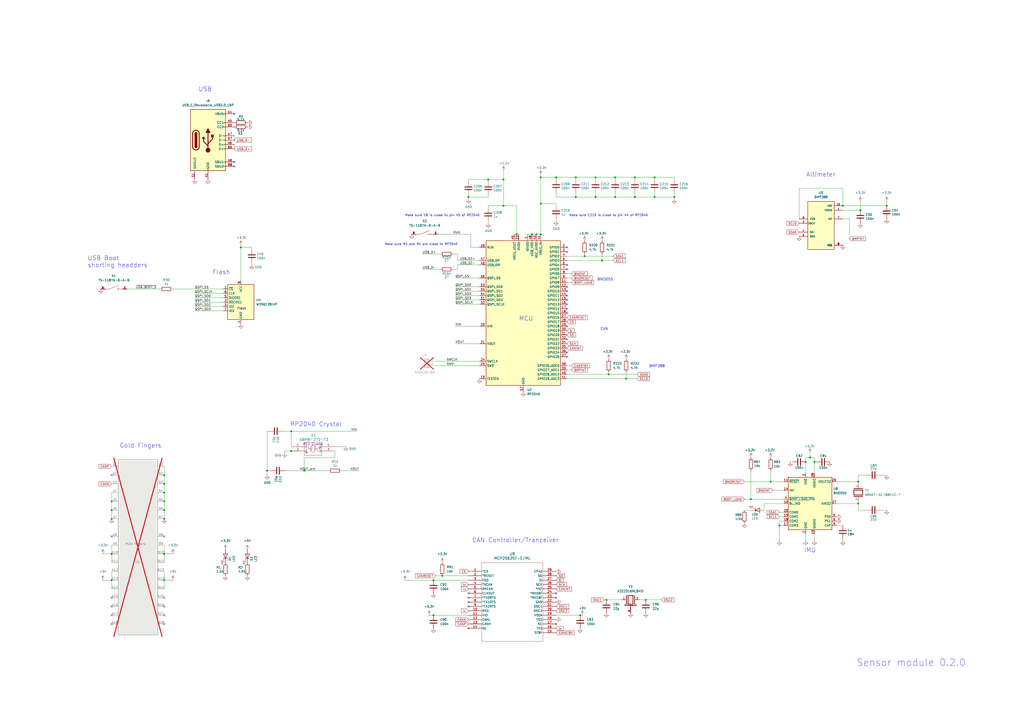
<source format=kicad_sch>
(kicad_sch (version 20250114) (generator "eeschema") (generator_version "9.0")
  (paper "A2")
  (lib_symbols
    (symbol "ABS07-32.768KHZ-T:ABS07-32.768KHZ-T" (pin_names (offset 1.016))
      (property "Reference" "Y" (at -5.0878 3.8159 0))
      (property "Value" "ABS07-32.768KHZ-T" (at -5.0944 -5.0944 0))
      (symbol "ABS07-32.768KHZ-T_0_0"
        (pin passive line (at -5.08 0 0) (length 2.54) (name "~") (number "1"))
        (pin passive line (at 5.08 0 180) (length 2.54) (name "~") (number "2"))
      )
    )
    (symbol "BMP388:BMP388" (pin_names (offset 1.016))
      (property "Reference" "U" (at -7.6281 15.2562 0))
      (property "Value" "BMP388" (at -7.6268 -15.2536 0))
      (symbol "BMP388_0_0"
        (pin input line (at -12.7 5.08 0) (length 5.08) (name "CSB") (number "6"))
        (pin input clock (at -12.7 2.54 0) (length 5.08) (name "SCK") (number "2"))
        (pin bidirectional line (at -12.7 -2.54 0) (length 5.08) (name "SDI") (number "4"))
        (pin bidirectional line (at -12.7 -5.08 0) (length 5.08) (name "SDO") (number "5"))
        (pin power_in line (at 12.7 12.7 180) (length 5.08) (name "VDD") (number "10"))
        (pin power_in line (at 12.7 10.16 180) (length 5.08) (name "VDDIO") (number "1"))
        (pin output line (at 12.7 5.08 180) (length 5.08) (name "INT") (number "7"))
        (pin power_in line (at 12.7 -10.16 180) (length 5.08) (name "VSS") (number "3"))
        (pin power_in line (at 12.7 -10.16 180) (length 5.08) (name "VSS") (number "8"))
        (pin power_in line (at 12.7 -10.16 180) (length 5.08) (name "VSS") (number "9"))
      )
    )
    (symbol "Connector:Bus_PCI_Express_x1" (pin_names (offset 0) (hide yes))
      (property "Reference" "J1" (at 4.826 -16.002 0))
      (property "info" "PCIe fingers" (at -1.524 -5.588 0))
      (symbol "Bus_PCI_Express_x1_1_1"
        (pin unspecified line (at -15.24 39.37 0) (length 3.81) (name "~{PRSNT1}") (number "A1"))
        (pin unspecified line (at -15.24 34.29 0) (length 3.81) (name "+12V") (number "A2"))
        (pin passive line (at -15.24 29.21 0) (length 3.81) (name "+12V") (number "A3"))
        (pin passive line (at -15.24 24.13 0) (length 3.81) (name "GND") (number "A4"))
        (pin input line (at -15.24 19.05 0) (length 3.81) (name "JTAG2") (number "A5"))
        (pin input line (at -15.24 13.97 0) (length 3.81) (name "JTAG3") (number "A6"))
        (pin output line (at -15.24 8.89 0) (length 3.81) (name "JTAG4") (number "A7"))
        (pin input line (at -15.24 -1.27 0) (length 3.81) (name "JTAG5") (number "A8"))
        (pin passive line (at -15.24 -6.35 0) (length 3.81) (name "+3.3V") (number "A9"))
        (pin passive line (at -15.24 -11.43 0) (length 3.81) (name "+3.3V") (number "A10"))
        (pin input line (at -15.24 -16.51 0) (length 3.81) (name "~{PERST}") (number "A11"))
        (pin passive line (at -15.24 -21.59 0) (length 3.81) (name "GND") (number "A12"))
        (pin input line (at -15.24 -26.67 0) (length 3.81) (name "REFCLK+") (number "A13"))
        (pin input line (at -15.24 -31.75 0) (length 3.81) (name "REFCLK-") (number "A14"))
        (pin passive line (at -15.24 -36.83 0) (length 3.81) (name "GND") (number "A15"))
        (pin output line (at -15.24 -41.91 0) (length 3.81) (name "PERp0") (number "A16"))
        (pin output line (at -15.24 -46.99 0) (length 3.81) (name "PERn0") (number "A17"))
        (pin passive line (at -15.24 -52.07 0) (length 3.81) (name "GND") (number "A18"))
        (pin power_in line (at 15.24 39.37 180) (length 3.81) (name "+12V") (number "B1"))
        (pin passive line (at 15.24 34.29 180) (length 3.81) (name "+12V") (number "B2"))
        (pin passive line (at 15.24 29.21 180) (length 3.81) (name "+12V") (number "B3"))
        (pin power_in line (at 15.24 24.13 180) (length 3.81) (name "GND") (number "B4"))
        (pin input line (at 15.24 19.05 180) (length 3.81) (name "SMCLK") (number "B5"))
        (pin bidirectional line (at 15.24 13.97 180) (length 3.81) (name "SMDAT") (number "B6"))
        (pin passive line (at 15.24 8.89 180) (length 3.81) (name "GND") (number "B7"))
        (pin power_in line (at 15.24 -1.27 180) (length 3.81) (name "+3.3V") (number "B8"))
        (pin input line (at 15.24 -6.35 180) (length 3.81) (name "JTAG1") (number "B9"))
        (pin power_in line (at 15.24 -11.43 180) (length 3.81) (name "3.3Vaux") (number "B10"))
        (pin open_collector line (at 15.24 -16.51 180) (length 3.81) (name "~{WAKE}") (number "B11"))
        (pin passive line (at 15.24 -21.59 180) (length 3.81) (name "RSVD") (number "B12"))
        (pin passive line (at 15.24 -26.67 180) (length 3.81) (name "GND") (number "B13"))
        (pin input line (at 15.24 -31.75 180) (length 3.81) (name "PETp0") (number "B14"))
        (pin input line (at 15.24 -36.83 180) (length 3.81) (name "PETn0") (number "B15"))
        (pin passive line (at 15.24 -41.91 180) (length 3.81) (name "GND") (number "B16"))
        (pin passive line (at 15.24 -46.99 180) (length 3.81) (name "~{PRSNT2}") (number "B17"))
        (pin passive line (at 15.24 -52.07 180) (length 3.81) (name "GND") (number "B18"))
      )
    )
    (symbol "Connector:USB_C_Receptacle_USB2.0_16P" (pin_names (offset 1.016))
      (property "Reference" "J" (at 0 22.225 0))
      (property "Value" "USB_C_Receptacle_USB2.0_16P" (at 0 19.685 0))
      (symbol "USB_C_Receptacle_USB2.0_16P_1_1"
        (pin passive line (at -7.62 -22.86 90) (length 5.08) (name "SHIELD") (number "S1"))
        (pin passive line (at 0 -22.86 90) (length 5.08) (name "GND") (number "A1"))
        (pin passive line (at 0 -22.86 90) (length 5.08) (hide yes) (name "GND") (number "A12"))
        (pin passive line (at 0 -22.86 90) (length 5.08) (hide yes) (name "GND") (number "B1"))
        (pin passive line (at 0 -22.86 90) (length 5.08) (hide yes) (name "GND") (number "B12"))
        (pin passive line (at 15.24 15.24 180) (length 5.08) (name "VBUS") (number "A4"))
        (pin passive line (at 15.24 15.24 180) (length 5.08) (hide yes) (name "VBUS") (number "A9"))
        (pin passive line (at 15.24 15.24 180) (length 5.08) (hide yes) (name "VBUS") (number "B4"))
        (pin passive line (at 15.24 15.24 180) (length 5.08) (hide yes) (name "VBUS") (number "B9"))
        (pin bidirectional line (at 15.24 10.16 180) (length 5.08) (name "CC1") (number "A5"))
        (pin bidirectional line (at 15.24 7.62 180) (length 5.08) (name "CC2") (number "B5"))
        (pin bidirectional line (at 15.24 2.54 180) (length 5.08) (name "D-") (number "A7"))
        (pin bidirectional line (at 15.24 0 180) (length 5.08) (name "D-") (number "B7"))
        (pin bidirectional line (at 15.24 -2.54 180) (length 5.08) (name "D+") (number "A6"))
        (pin bidirectional line (at 15.24 -5.08 180) (length 5.08) (name "D+") (number "B6"))
        (pin bidirectional line (at 15.24 -12.7 180) (length 5.08) (name "SBU1") (number "A8"))
        (pin bidirectional line (at 15.24 -15.24 180) (length 5.08) (name "SBU2") (number "B8"))
      )
    )
    (symbol "Connector_Generic:Conn_01x02" (pin_names (offset 1.016) (hide yes))
      (property "Reference" "J" (at 0 2.54 0))
      (property "Value" "Conn_01x02" (at 0 -5.08 0))
      (symbol "Conn_01x02_1_1"
        (pin passive line (at -5.08 0 0) (length 3.81) (name "Pin_1") (number "1"))
        (pin passive line (at -5.08 -2.54 0) (length 3.81) (name "Pin_2") (number "2"))
      )
    )
    (symbol "Device:C" (pin_numbers (hide yes)) (pin_names (offset 0.254))
      (property "Reference" "C" (at 0.635 2.54 0))
      (property "Value" "C" (at 0.635 -2.54 0))
      (symbol "C_1_1"
        (pin passive line (at 0 3.81 270) (length 2.794) (name "~") (number "1"))
        (pin passive line (at 0 -3.81 90) (length 2.794) (name "~") (number "2"))
      )
    )
    (symbol "Device:LED" (pin_numbers (hide yes)) (pin_names (offset 1.016) (hide yes))
      (property "Reference" "D" (at 0 2.54 0))
      (property "Value" "LED" (at 0 -2.54 0))
      (symbol "LED_1_1"
        (pin passive line (at -3.81 0 0) (length 2.54) (name "K") (number "1"))
        (pin passive line (at 3.81 0 180) (length 2.54) (name "A") (number "2"))
      )
    )
    (symbol "Device:R" (pin_numbers (hide yes)) (pin_names (offset 0))
      (property "Reference" "R" (at 2.032 0 90))
      (property "Value" "R" (at 0 0 90))
      (symbol "R_1_1"
        (pin passive line (at 0 3.81 270) (length 1.27) (name "~") (number "1"))
        (pin passive line (at 0 -3.81 90) (length 1.27) (name "~") (number "2"))
      )
    )
    (symbol "MCP25625:MCP25625T-E_ML" (pin_names (offset 0.254))
      (property "Reference" "U" (at 25.4 10.16 0))
      (property "Value" "MCP25625T-E/ML" (at 25.4 7.62 0))
      (symbol "MCP25625T-E_ML_0_1"
        (pin input line (at 0 0 0) (length 7.62) (name "*CS") (number "1"))
        (pin input line (at 0 -2.54 0) (length 7.62) (name "*RESET") (number "2"))
        (pin power_in line (at 0 -5.08 0) (length 7.62) (name "VDD") (number "3"))
        (pin output line (at 0 -7.62 0) (length 7.62) (name "TXCAN") (number "4"))
        (pin input line (at 0 -10.16 0) (length 7.62) (name "RXCAN") (number "5"))
        (pin output line (at 0 -12.7 0) (length 7.62) (name "CLKOUT") (number "6"))
        (pin input line (at 0 -15.24 0) (length 7.62) (name "*TX0RTS") (number "7"))
        (pin input line (at 0 -17.78 0) (length 7.62) (name "*TX1RTS") (number "8"))
        (pin input line (at 0 -20.32 0) (length 7.62) (name "*TX2RTS") (number "9"))
        (pin output line (at 0 -22.86 0) (length 7.62) (name "RXD") (number "10"))
        (pin power_in line (at 0 -25.4 0) (length 7.62) (name "VIO") (number "11"))
        (pin bidirectional line (at 0 -27.94 0) (length 7.62) (name "CANL") (number "12"))
        (pin bidirectional line (at 0 -30.48 0) (length 7.62) (name "CANH") (number "13"))
        (pin no_connect line (at 0 -33.02 0) (length 7.62) (name "NC") (number "14"))
        (pin unspecified line (at 50.8 0 180) (length 7.62) (name "EPAD") (number "29"))
        (pin output line (at 50.8 -2.54 180) (length 7.62) (name "SO") (number "28"))
        (pin input line (at 50.8 -5.08 180) (length 7.62) (name "SI") (number "27"))
        (pin input line (at 50.8 -7.62 180) (length 7.62) (name "SCK") (number "26"))
        (pin output line (at 50.8 -10.16 180) (length 7.62) (name "*INT") (number "25"))
        (pin output line (at 50.8 -12.7 180) (length 7.62) (name "*RX0BF") (number "24"))
        (pin output line (at 50.8 -15.24 180) (length 7.62) (name "*RX1BF") (number "23"))
        (pin power_in line (at 50.8 -17.78 180) (length 7.62) (name "GND") (number "22"))
        (pin input line (at 50.8 -20.32 180) (length 7.62) (name "OSC1") (number "21"))
        (pin output line (at 50.8 -22.86 180) (length 7.62) (name "OSC2") (number "20"))
        (pin power_in line (at 50.8 -25.4 180) (length 7.62) (name "VDDA") (number "19"))
        (pin power_in line (at 50.8 -27.94 180) (length 7.62) (name "VSS") (number "18"))
        (pin no_connect line (at 50.8 -30.48 180) (length 7.62) (name "NC") (number "17"))
        (pin input line (at 50.8 -33.02 180) (length 7.62) (name "TXD") (number "16"))
        (pin input line (at 50.8 -35.56 180) (length 7.62) (name "STBY") (number "15"))
      )
    )
    (symbol "MCU_RaspberryPi:RP2040"
      (property "Reference" "U" (at 17.78 45.72 0))
      (property "Value" "RP2040" (at 17.78 43.18 0))
      (symbol "RP2040_1_1"
        (pin input line (at -25.4 38.1 0) (length 3.81) (name "RUN") (number "26"))
        (pin bidirectional line (at -25.4 30.48 0) (length 3.81) (name "USB_DP") (number "47"))
        (pin bidirectional line (at -25.4 27.94 0) (length 3.81) (name "USB_DM") (number "46"))
        (pin bidirectional line (at -25.4 20.32 0) (length 3.81) (name "QSPI_SS") (number "56"))
        (pin bidirectional line (at -25.4 15.24 0) (length 3.81) (name "QSPI_SD0") (number "53"))
        (pin bidirectional line (at -25.4 12.7 0) (length 3.81) (name "QSPI_SD1") (number "55"))
        (pin bidirectional line (at -25.4 10.16 0) (length 3.81) (name "QSPI_SD2") (number "54"))
        (pin bidirectional line (at -25.4 7.62 0) (length 3.81) (name "QSPI_SD3") (number "51"))
        (pin output line (at -25.4 5.08 0) (length 3.81) (name "QSPI_SCLK") (number "52"))
        (pin input line (at -25.4 -7.62 0) (length 3.81) (name "XIN") (number "20"))
        (pin passive line (at -25.4 -17.78 0) (length 3.81) (name "XOUT") (number "21"))
        (pin input line (at -25.4 -27.94 0) (length 3.81) (name "SWCLK") (number "24"))
        (pin bidirectional line (at -25.4 -30.48 0) (length 3.81) (name "SWD") (number "25"))
        (pin input line (at -25.4 -38.1 0) (length 3.81) (name "TESTEN") (number "19"))
        (pin power_out line (at -5.08 45.72 270) (length 3.81) (name "VREG_VOUT") (number "45"))
        (pin power_in line (at -2.54 45.72 270) (length 3.81) (name "DVDD") (number "23"))
        (pin passive line (at -2.54 45.72 270) (length 3.81) (hide yes) (name "DVDD") (number "50"))
        (pin power_in line (at 0 -45.72 90) (length 3.81) (name "GND") (number "57"))
        (pin power_in line (at 2.54 45.72 270) (length 3.81) (name "IOVDD") (number "1"))
        (pin passive line (at 2.54 45.72 270) (length 3.81) (hide yes) (name "IOVDD") (number "10"))
        (pin passive line (at 2.54 45.72 270) (length 3.81) (hide yes) (name "IOVDD") (number "22"))
        (pin passive line (at 2.54 45.72 270) (length 3.81) (hide yes) (name "IOVDD") (number "33"))
        (pin passive line (at 2.54 45.72 270) (length 3.81) (hide yes) (name "IOVDD") (number "42"))
        (pin passive line (at 2.54 45.72 270) (length 3.81) (hide yes) (name "IOVDD") (number "49"))
        (pin power_in line (at 5.08 45.72 270) (length 3.81) (name "USB_VDD") (number "48"))
        (pin power_in line (at 7.62 45.72 270) (length 3.81) (name "ADC_AVDD") (number "43"))
        (pin power_in line (at 10.16 45.72 270) (length 3.81) (name "VREG_IN") (number "44"))
        (pin bidirectional line (at 25.4 38.1 180) (length 3.81) (name "GPIO0") (number "2"))
        (pin bidirectional line (at 25.4 35.56 180) (length 3.81) (name "GPIO1") (number "3"))
        (pin bidirectional line (at 25.4 33.02 180) (length 3.81) (name "GPIO2") (number "4"))
        (pin bidirectional line (at 25.4 30.48 180) (length 3.81) (name "GPIO3") (number "5"))
        (pin bidirectional line (at 25.4 27.94 180) (length 3.81) (name "GPIO4") (number "6"))
        (pin bidirectional line (at 25.4 25.4 180) (length 3.81) (name "GPIO5") (number "7"))
        (pin bidirectional line (at 25.4 22.86 180) (length 3.81) (name "GPIO6") (number "8"))
        (pin bidirectional line (at 25.4 20.32 180) (length 3.81) (name "GPIO7") (number "9"))
        (pin bidirectional line (at 25.4 17.78 180) (length 3.81) (name "GPIO8") (number "11"))
        (pin bidirectional line (at 25.4 15.24 180) (length 3.81) (name "GPIO9") (number "12"))
        (pin bidirectional line (at 25.4 12.7 180) (length 3.81) (name "GPIO10") (number "13"))
        (pin bidirectional line (at 25.4 10.16 180) (length 3.81) (name "GPIO11") (number "14"))
        (pin bidirectional line (at 25.4 7.62 180) (length 3.81) (name "GPIO12") (number "15"))
        (pin bidirectional line (at 25.4 5.08 180) (length 3.81) (name "GPIO13") (number "16"))
        (pin bidirectional line (at 25.4 2.54 180) (length 3.81) (name "GPIO14") (number "17"))
        (pin bidirectional line (at 25.4 0 180) (length 3.81) (name "GPIO15") (number "18"))
        (pin bidirectional line (at 25.4 -2.54 180) (length 3.81) (name "GPIO16") (number "27"))
        (pin bidirectional line (at 25.4 -5.08 180) (length 3.81) (name "GPIO17") (number "28"))
        (pin bidirectional line (at 25.4 -7.62 180) (length 3.81) (name "GPIO18") (number "29"))
        (pin bidirectional line (at 25.4 -10.16 180) (length 3.81) (name "GPIO19") (number "30"))
        (pin bidirectional line (at 25.4 -12.7 180) (length 3.81) (name "GPIO20") (number "31"))
        (pin bidirectional line (at 25.4 -15.24 180) (length 3.81) (name "GPIO21") (number "32"))
        (pin bidirectional line (at 25.4 -17.78 180) (length 3.81) (name "GPIO22") (number "34"))
        (pin bidirectional line (at 25.4 -20.32 180) (length 3.81) (name "GPIO23") (number "35"))
        (pin bidirectional line (at 25.4 -22.86 180) (length 3.81) (name "GPIO24") (number "36"))
        (pin bidirectional line (at 25.4 -25.4 180) (length 3.81) (name "GPIO25") (number "37"))
        (pin bidirectional line (at 25.4 -30.48 180) (length 3.81) (name "GPIO26_ADC0") (number "38"))
        (pin bidirectional line (at 25.4 -33.02 180) (length 3.81) (name "GPIO27_ADC1") (number "39"))
        (pin bidirectional line (at 25.4 -35.56 180) (length 3.81) (name "GPIO28_ADC2") (number "40"))
        (pin bidirectional line (at 25.4 -38.1 180) (length 3.81) (name "GPIO29_ADC3") (number "41"))
      )
    )
    (symbol "Memory_Flash:W25Q128JVP"
      (property "Reference" "U" (at -6.35 11.43 0))
      (property "Value" "W25Q128JVP" (at 7.62 11.43 0))
      (symbol "W25Q128JVP_1_1"
        (pin input line (at -10.16 7.62 0) (length 2.54) (name "~{CS}") (number "1"))
        (pin input line (at -10.16 5.08 0) (length 2.54) (name "CLK") (number "6"))
        (pin bidirectional line (at -10.16 2.54 0) (length 2.54) (name "DI(IO0)") (number "5"))
        (pin bidirectional line (at -10.16 0 0) (length 2.54) (name "DO(IO1)") (number "2"))
        (pin bidirectional line (at -10.16 -2.54 0) (length 2.54) (name "IO2") (number "3"))
        (pin bidirectional line (at -10.16 -5.08 0) (length 2.54) (name "IO3") (number "7"))
        (pin power_in line (at 0 12.7 270) (length 2.54) (name "VCC") (number "8"))
        (pin power_in line (at 0 -12.7 90) (length 2.54) (name "GND") (number "4"))
      )
    )
    (symbol "Sensor_Motion:BNO055"
      (property "Reference" "U" (at -11.43 16.51 0))
      (property "Value" "BNO055" (at 12.7 16.51 0))
      (symbol "BNO055_1_1"
        (pin input line (at -15.24 12.7 0) (length 2.54) (name "~{RESET}") (number "11"))
        (pin output line (at -15.24 7.62 0) (length 2.54) (name "INT") (number "14"))
        (pin input line (at -15.24 2.54 0) (length 2.54) (name "~{BOOT_LOAD_PIN}") (number "4"))
        (pin output line (at -15.24 0 0) (length 2.54) (name "BL_IND") (number "10"))
        (pin bidirectional line (at -15.24 -5.08 0) (length 2.54) (name "COM0") (number "20"))
        (pin bidirectional line (at -15.24 -7.62 0) (length 2.54) (name "COM1") (number "19"))
        (pin passive line (at -15.24 -10.16 0) (length 2.54) (name "COM2") (number "18"))
        (pin input line (at -15.24 -12.7 0) (length 2.54) (name "COM3") (number "17"))
        (pin no_connect line (at -12.7 10.16 0) (length 2.54) (hide yes) (name "PIN1") (number "1"))
        (pin no_connect line (at -12.7 5.08 0) (length 2.54) (hide yes) (name "PIN7") (number "7"))
        (pin no_connect line (at -12.7 -2.54 0) (length 2.54) (hide yes) (name "PIN8") (number "8"))
        (pin power_in line (at -2.54 17.78 270) (length 2.54) (name "VDD") (number "3"))
        (pin power_in line (at -2.54 -17.78 90) (length 2.54) (name "GND") (number "2"))
        (pin power_in line (at 2.54 17.78 270) (length 2.54) (name "VDDIO") (number "28"))
        (pin power_in line (at 2.54 -17.78 90) (length 2.54) (name "GNDIO") (number "15"))
        (pin passive line (at 2.54 -17.78 90) (length 2.54) (hide yes) (name "GNDIO") (number "16"))
        (pin passive line (at 2.54 -17.78 90) (length 2.54) (hide yes) (name "GNDIO") (number "25"))
        (pin no_connect line (at 12.7 10.16 180) (length 2.54) (hide yes) (name "PIN12") (number "12"))
        (pin no_connect line (at 12.7 7.62 180) (length 2.54) (hide yes) (name "PIN13") (number "13"))
        (pin no_connect line (at 12.7 5.08 180) (length 2.54) (hide yes) (name "PIN21") (number "21"))
        (pin no_connect line (at 12.7 2.54 180) (length 2.54) (hide yes) (name "PIN22") (number "22"))
        (pin no_connect line (at 12.7 -2.54 180) (length 2.54) (hide yes) (name "PIN23") (number "23"))
        (pin no_connect line (at 12.7 -5.08 180) (length 2.54) (hide yes) (name "PIN24") (number "24"))
        (pin output line (at 15.24 12.7 180) (length 2.54) (name "XOUT32") (number "26"))
        (pin input line (at 15.24 0 180) (length 2.54) (name "XIN32") (number "27"))
        (pin input line (at 15.24 -7.62 180) (length 2.54) (name "PS0") (number "6"))
        (pin input line (at 15.24 -10.16 180) (length 2.54) (name "PS1") (number "5"))
        (pin passive line (at 15.24 -12.7 180) (length 2.54) (name "CAP") (number "9"))
      )
    )
    (symbol "TS-1187A-B-A-B:TS-1187A-B-A-B" (pin_names (offset 1.016))
      (property "Reference" "S" (at -2.54 2.54 0))
      (property "Value" "TS-1187A-B-A-B" (at -2.54 -2.54 0))
      (symbol "TS-1187A-B-A-B_0_0"
        (pin passive line (at -7.62 0 0) (length 2.54) (name "~") (number "A"))
        (pin passive line (at -7.62 0 0) (length 2.54) (name "~") (number "B"))
        (pin passive line (at 7.62 0 180) (length 2.54) (name "~") (number "C"))
        (pin passive line (at 7.62 0 180) (length 2.54) (name "~") (number "D"))
      )
    )
    (symbol "X322516MLB4SI:X322516MLB4SI" (pin_names (offset 1.016))
      (property "Reference" "Y" (at -5.08 6.35 0))
      (property "Value" "X322516MLB4SI" (at -5.08 3.81 0))
      (symbol "X322516MLB4SI_0_0"
        (pin passive line (at -5.08 0 0) (length 2.54) (name "~") (number "1"))
        (pin power_in line (at 0 -7.62 90) (length 2.54) (name "~") (number "2"))
        (pin power_in line (at 0 -7.62 90) (length 2.54) (name "~") (number "4"))
        (pin passive line (at 5.08 0 180) (length 2.54) (name "~") (number "3"))
      )
    )
    (symbol "crystal:ABM8-272-T3" (pin_names (offset 0.254))
      (property "Reference" "X" (at 12.7 7.62 0))
      (property "Value" "ABM8-272-T3" (at 12.7 5.08 0))
      (symbol "ABM8-272-T3_0_1"
        (pin unspecified line (at 0 0 0) (length 7.62) (name "1") (number "1"))
        (pin unspecified line (at 0 -2.54 0) (length 7.62) (name "2") (number "2"))
        (pin unspecified line (at 25.4 0 180) (length 7.62) (name "4") (number "4"))
        (pin unspecified line (at 25.4 -2.54 180) (length 7.62) (name "3") (number "3"))
      )
    )
    (symbol "power:+1V1" (power) (pin_names (offset 0))
      (property "Value" "+1V1" (at 0 3.556 0))
      (symbol "+1V1_1_1"
        (pin power_in line (at 0 0 90) (length 0) (hide yes) (name "+1V1") (number "1"))
      )
    )
    (symbol "power:+3.3V" (power) (pin_numbers (hide yes)) (pin_names (offset 0) (hide yes))
      (property "Value" "+3.3V" (at 0 3.556 0))
      (symbol "+3.3V_1_1"
        (pin power_in line (at 0 0 90) (length 0) (name "~") (number "1"))
      )
    )
    (symbol "power:+3V3" (power) (pin_names (offset 0))
      (property "Value" "+3V3" (at 0 3.556 0))
      (symbol "+3V3_1_1"
        (pin power_in line (at 0 0 90) (length 0) (hide yes) (name "+3V3") (number "1"))
      )
    )
    (symbol "power:+5V" (power) (pin_numbers (hide yes)) (pin_names (offset 0) (hide yes))
      (property "Value" "+5V" (at 0 3.556 0))
      (symbol "+5V_1_1"
        (pin power_in line (at 0 0 90) (length 0) (name "~") (number "1"))
      )
    )
    (symbol "power:GND" (power) (pin_numbers (hide yes)) (pin_names (offset 0) (hide yes))
      (property "Value" "GND" (at 0 -3.81 0))
      (symbol "GND_1_1"
        (pin power_in line (at 0 0 270) (length 0) (name "~") (number "1"))
      )
    )
    (symbol "power:VAA" (power) (pin_numbers (hide yes)) (pin_names (offset 0) (hide yes))
      (property "Value" "VAA" (at 0 3.556 0))
      (symbol "VAA_1_1"
        (pin power_in line (at 0 0 90) (length 0) (name "~") (number "1"))
      )
    )
  )
  (text "CAN" (at 348.234 191.77 0) (effects (font (size 1.524 1.524)) (justify left bottom)))
  (text "USB" (at 115.062 53.34 0) (effects (font (size 2.54 2.54)) (justify left bottom)))
  (text "Gold Fingers" (at 69.342 260.096 0) (effects (font (size 2.54 2.54)) (justify left bottom)))
  (text "CAN Controller/Tranceiver" (at 273.812 314.96 0) (effects (font (size 2.54 2.54)) (justify left bottom)))
  (text "IMU" (at 466.344 320.802 0) (effects (font (size 2.54 2.54)) (justify left bottom)))
  (text "BMP388" (at 376.428 213.36 0) (effects (font (size 1.524 1.524)) (justify left bottom)))
  (text "Make sure C8 is close to pin 45 of RP2040" (at 234.95 125.73 0) (effects (font (size 1.27 1.27)) (justify left bottom)))
  (text "RP2040 Crystal" (at 168.275 247.65 0) (effects (font (size 2.54 2.54)) (justify left bottom)))
  (text "MCU" (at 300.99 186.436 0) (effects (font (size 2.54 2.54)) (justify left bottom)))
  (text "Altimeter" (at 467.614 102.87 0) (effects (font (size 2.54 2.54)) (justify left bottom)))
  (text "Make sure C210 is close to pin 44 of RP2040" (at 330.2 125.73 0) (effects (font (size 1.27 1.27)) (justify left bottom)))
  (text "USB Boot \nshorting headders" (at 50.8 155.448 0) (effects (font (size 2.54 2.54)) (justify left bottom)))
  (text "Sensor module 0.2.0" (at 496.824 386.842 0) (effects (font (size 4 4)) (justify left bottom)))
  (text "Flash" (at 123.19 159.512 0) (effects (font (size 2.54 2.54)) (justify left bottom)))
  (text "BNO055\n" (at 346.456 163.068 0) (effects (font (size 1.524 1.524)) (justify left bottom)))
  (text "Make sure R3 and R4 are close to RP2040" (at 265.43 142.494 0) (effects (font (size 1.27 1.27)) (justify right bottom)))
  (junction (at 64.77 300.99))
  (junction (at 168.91 261.62))
  (junction (at 368.3 102.87))
  (junction (at 176.53 273.05))
  (junction (at 168.91 250.19))
  (junction (at 95.25 275.59))
  (junction (at 292.1 119.38))
  (junction (at 251.46 356.87))
  (junction (at 64.77 321.31))
  (junction (at 499.11 121.92))
  (junction (at 339.09 148.59))
  (junction (at 356.87 114.3))
  (junction (at 363.22 219.71))
  (junction (at 349.25 151.13))
  (junction (at 64.77 336.55))
  (junction (at 467.36 267.97))
  (junction (at 299.72 135.89))
  (junction (at 353.06 217.17))
  (junction (at 379.73 114.3))
  (junction (at 472.44 267.97))
  (junction (at 345.44 102.87))
  (junction (at 154.94 273.05))
  (junction (at 95.25 300.99))
  (junction (at 64.77 290.83))
  (junction (at 95.25 321.31))
  (junction (at 95.25 280.67))
  (junction (at 308.61 135.89))
  (junction (at 292.1 104.14))
  (junction (at 313.69 102.87))
  (junction (at 322.58 102.87))
  (junction (at 251.46 336.55))
  (junction (at 469.9 265.43))
  (junction (at 447.04 279.4))
  (junction (at 351.79 347.98))
  (junction (at 334.01 102.87))
  (junction (at 497.84 292.1))
  (junction (at 374.65 347.98))
  (junction (at 345.44 114.3))
  (junction (at 313.69 135.89))
  (junction (at 391.16 114.3))
  (junction (at 311.15 135.89))
  (junction (at 452.12 304.8))
  (junction (at 95.25 285.75))
  (junction (at 514.35 119.38))
  (junction (at 313.69 118.11))
  (junction (at 256.54 334.01))
  (junction (at 139.7 143.51))
  (junction (at 356.87 102.87))
  (junction (at 283.21 104.14))
  (junction (at 488.95 119.38))
  (junction (at 435.61 289.56))
  (junction (at 336.55 356.87))
  (junction (at 95.25 336.55))
  (junction (at 334.01 114.3))
  (junction (at 497.84 279.4))
  (junction (at 271.78 114.3))
  (junction (at 368.3 114.3))
  (junction (at 95.25 295.91))
  (junction (at 95.25 290.83))
  (junction (at 64.77 295.91))
  (junction (at 379.73 102.87))
  (no_connect (at 95.25 311.15))
  (no_connect (at 322.58 346.71))
  (no_connect (at 271.78 351.79))
  (no_connect (at 328.93 207.01))
  (no_connect (at 328.93 171.45))
  (no_connect (at 64.77 275.59))
  (no_connect (at 64.77 351.79))
  (no_connect (at 322.58 344.17))
  (no_connect (at 328.93 189.23))
  (no_connect (at 328.93 204.47))
  (no_connect (at 135.89 96.52))
  (no_connect (at 328.93 153.67))
  (no_connect (at 328.93 179.07))
  (no_connect (at 328.93 173.99))
  (no_connect (at 328.93 176.53))
  (no_connect (at 271.78 346.71))
  (no_connect (at 328.93 146.05))
  (no_connect (at 135.89 93.98))
  (no_connect (at 271.78 344.17))
  (no_connect (at 95.25 346.71))
  (no_connect (at 95.25 356.87))
  (no_connect (at 328.93 156.21))
  (no_connect (at 64.77 356.87))
  (no_connect (at 328.93 143.51))
  (no_connect (at 135.89 66.04))
  (no_connect (at 328.93 166.37))
  (no_connect (at 64.77 346.71))
  (no_connect (at 328.93 181.61))
  (no_connect (at 271.78 349.25))
  (no_connect (at 95.25 351.79))
  (no_connect (at 64.77 361.95))
  (no_connect (at 95.25 361.95))
  (no_connect (at 64.77 311.15))
  (no_connect (at 328.93 168.91))
  (no_connect (at 328.93 196.85))
  (wire (pts (xy 273.05 135.89) (xy 254 135.89)))
  (wire (pts (xy 146.05 143.51) (xy 139.7 143.51)))
  (wire (pts (xy 298.45 135.89) (xy 299.72 135.89)))
  (wire (pts (xy 262.89 156.21) (xy 265.43 156.21)))
  (wire (pts (xy 502.92 275.59) (xy 497.84 275.59)))
  (wire (pts (xy 168.91 250.19) (xy 207.01 250.19)))
  (wire (pts (xy 265.43 151.13) (xy 278.13 151.13)))
  (wire (pts (xy 278.13 161.29) (xy 264.16 161.29)))
  (wire (pts (xy 497.84 290.83) (xy 497.84 292.1)))
  (wire (pts (xy 95.25 321.31) (xy 95.25 326.39)))
  (wire (pts (xy 331.47 161.29) (xy 328.93 161.29)))
  (wire (pts (xy 458.47 267.97) (xy 459.74 267.97)))
  (wire (pts (xy 452.12 313.69) (xy 452.12 304.8)))
  (wire (pts (xy 322.58 102.87) (xy 334.01 102.87)))
  (wire (pts (xy 176.53 265.43) (xy 176.53 273.05)))
  (wire (pts (xy 95.25 336.55) (xy 95.25 331.47)))
  (wire (pts (xy 334.01 111.76) (xy 334.01 114.3)))
  (wire (pts (xy 273.05 143.51) (xy 273.05 135.89)))
  (wire (pts (xy 488.95 313.69) (xy 488.95 312.42)))
  (wire (pts (xy 514.35 275.59) (xy 510.54 275.59)))
  (wire (pts (xy 331.47 158.75) (xy 328.93 158.75)))
  (wire (pts (xy 339.09 148.59) (xy 328.93 148.59)))
  (wire (pts (xy 322.58 111.76) (xy 322.58 114.3)))
  (wire (pts (xy 283.21 119.38) (xy 292.1 119.38)))
  (wire (pts (xy 271.78 114.3) (xy 283.21 114.3)))
  (wire (pts (xy 252.73 209.55) (xy 278.13 209.55)))
  (wire (pts (xy 264.16 171.45) (xy 278.13 171.45)))
  (wire (pts (xy 252.73 334.01) (xy 256.54 334.01)))
  (wire (pts (xy 59.69 336.55) (xy 64.77 336.55)))
  (wire (pts (xy 245.11 147.32) (xy 255.27 147.32)))
  (wire (pts (xy 194.31 265.43) (xy 176.53 265.43)))
  (wire (pts (xy 322.58 104.14) (xy 322.58 102.87)))
  (wire (pts (xy 256.54 334.01) (xy 271.78 334.01)))
  (wire (pts (xy 252.73 212.09) (xy 278.13 212.09)))
  (wire (pts (xy 163.83 250.19) (xy 168.91 250.19)))
  (wire (pts (xy 64.77 290.83) (xy 64.77 295.91)))
  (wire (pts (xy 355.6 148.59) (xy 339.09 148.59)))
  (wire (pts (xy 278.13 176.53) (xy 264.16 176.53)))
  (wire (pts (xy 443.23 292.1) (xy 443.23 295.91)))
  (wire (pts (xy 469.9 265.43) (xy 467.36 265.43)))
  (wire (pts (xy 265.43 156.21) (xy 265.43 153.67)))
  (wire (pts (xy 64.77 321.31) (xy 64.77 316.23)))
  (wire (pts (xy 59.69 321.31) (xy 64.77 321.31)))
  (wire (pts (xy 322.58 127) (xy 322.58 128.27)))
  (wire (pts (xy 292.1 104.14) (xy 292.1 119.38)))
  (wire (pts (xy 368.3 104.14) (xy 368.3 102.87)))
  (wire (pts (xy 339.09 147.32) (xy 339.09 148.59)))
  (wire (pts (xy 95.25 336.55) (xy 95.25 341.63)))
  (wire (pts (xy 331.47 214.63) (xy 328.93 214.63)))
  (wire (pts (xy 374.65 347.98) (xy 383.54 347.98)))
  (wire (pts (xy 379.73 102.87) (xy 391.16 102.87)))
  (wire (pts (xy 176.53 273.05) (xy 190.5 273.05)))
  (wire (pts (xy 431.8 279.4) (xy 447.04 279.4)))
  (wire (pts (xy 168.91 261.62) (xy 173.99 261.62)))
  (wire (pts (xy 271.78 114.3) (xy 271.78 115.57)))
  (wire (pts (xy 95.25 285.75) (xy 95.25 290.83)))
  (wire (pts (xy 299.72 119.38) (xy 299.72 135.89)))
  (wire (pts (xy 311.15 135.89) (xy 313.69 135.89)))
  (wire (pts (xy 95.25 295.91) (xy 95.25 300.99)))
  (wire (pts (xy 322.58 119.38) (xy 322.58 118.11)))
  (wire (pts (xy 278.13 199.39) (xy 264.16 199.39)))
  (wire (pts (xy 194.31 259.08) (xy 200.66 259.08)))
  (wire (pts (xy 64.77 285.75) (xy 64.77 290.83)))
  (wire (pts (xy 113.03 170.18) (xy 129.54 170.18)))
  (wire (pts (xy 363.22 215.9) (xy 363.22 219.71)))
  (wire (pts (xy 264.16 166.37) (xy 278.13 166.37)))
  (wire (pts (xy 472.44 309.88) (xy 472.44 313.69)))
  (wire (pts (xy 497.84 292.1) (xy 497.84 295.91)))
  (wire (pts (xy 328.93 151.13) (xy 349.25 151.13)))
  (wire (pts (xy 351.79 347.98) (xy 360.68 347.98)))
  (wire (pts (xy 135.89 83.82) (xy 135.89 86.36)))
  (wire (pts (xy 292.1 99.06) (xy 292.1 104.14)))
  (wire (pts (xy 95.25 270.51) (xy 95.25 275.59)))
  (wire (pts (xy 157.48 273.05) (xy 154.94 273.05)))
  (wire (pts (xy 306.07 135.89) (xy 308.61 135.89)))
  (wire (pts (xy 356.87 102.87) (xy 368.3 102.87)))
  (wire (pts (xy 497.84 279.4) (xy 485.14 279.4)))
  (wire (pts (xy 165.1 261.62) (xy 165.1 262.89)))
  (wire (pts (xy 313.69 118.11) (xy 322.58 118.11)))
  (wire (pts (xy 154.94 250.19) (xy 156.21 250.19)))
  (wire (pts (xy 391.16 114.3) (xy 391.16 115.57)))
  (wire (pts (xy 488.95 121.92) (xy 499.11 121.92)))
  (wire (pts (xy 488.95 109.22) (xy 463.55 109.22)))
  (wire (pts (xy 146.05 144.78) (xy 146.05 143.51)))
  (wire (pts (xy 234.95 336.55) (xy 251.46 336.55)))
  (wire (pts (xy 248.92 356.87) (xy 251.46 356.87)))
  (wire (pts (xy 472.44 265.43) (xy 472.44 267.97)))
  (wire (pts (xy 345.44 102.87) (xy 356.87 102.87)))
  (wire (pts (xy 345.44 104.14) (xy 345.44 102.87)))
  (wire (pts (xy 368.3 111.76) (xy 368.3 114.3)))
  (wire (pts (xy 64.77 336.55) (xy 64.77 341.63)))
  (wire (pts (xy 271.78 105.41) (xy 271.78 104.14)))
  (wire (pts (xy 139.7 143.51) (xy 139.7 162.56)))
  (wire (pts (xy 264.16 173.99) (xy 278.13 173.99)))
  (wire (pts (xy 463.55 109.22) (xy 463.55 127)))
  (wire (pts (xy 334.01 104.14) (xy 334.01 102.87)))
  (wire (pts (xy 349.25 147.32) (xy 349.25 151.13)))
  (wire (pts (xy 350.52 347.98) (xy 351.79 347.98)))
  (wire (pts (xy 283.21 104.14) (xy 292.1 104.14)))
  (wire (pts (xy 95.25 275.59) (xy 95.25 280.67)))
  (wire (pts (xy 435.61 289.56) (xy 454.66 289.56)))
  (wire (pts (xy 95.25 321.31) (xy 95.25 316.23)))
  (wire (pts (xy 391.16 104.14) (xy 391.16 102.87)))
  (wire (pts (xy 154.94 250.19) (xy 154.94 273.05)))
  (wire (pts (xy 251.46 356.87) (xy 271.78 356.87)))
  (wire (pts (xy 469.9 262.89) (xy 469.9 265.43)))
  (wire (pts (xy 514.35 119.38) (xy 514.35 116.84)))
  (wire (pts (xy 283.21 128.27) (xy 283.21 129.54)))
  (wire (pts (xy 431.8 289.56) (xy 435.61 289.56)))
  (wire (pts (xy 452.12 299.72) (xy 454.66 299.72)))
  (wire (pts (xy 251.46 336.55) (xy 271.78 336.55)))
  (wire (pts (xy 452.12 302.26) (xy 452.12 304.8)))
  (wire (pts (xy 497.84 279.4) (xy 497.84 280.67)))
  (wire (pts (xy 198.12 273.05) (xy 208.28 273.05)))
  (wire (pts (xy 264.16 168.91) (xy 278.13 168.91)))
  (wire (pts (xy 129.54 180.34) (xy 113.03 180.34)))
  (wire (pts (xy 452.12 297.18) (xy 454.66 297.18)))
  (wire (pts (xy 313.69 102.87) (xy 313.69 118.11)))
  (wire (pts (xy 154.94 273.05) (xy 154.94 275.59)))
  (wire (pts (xy 492.76 127) (xy 488.95 127)))
  (wire (pts (xy 379.73 114.3) (xy 368.3 114.3)))
  (wire (pts (xy 64.77 336.55) (xy 64.77 331.47)))
  (wire (pts (xy 64.77 295.91) (xy 64.77 300.99)))
  (wire (pts (xy 379.73 104.14) (xy 379.73 102.87)))
  (wire (pts (xy 334.01 102.87) (xy 345.44 102.87)))
  (wire (pts (xy 146.05 152.4) (xy 146.05 153.67)))
  (wire (pts (xy 278.13 143.51) (xy 273.05 143.51)))
  (wire (pts (xy 292.1 119.38) (xy 299.72 119.38)))
  (wire (pts (xy 308.61 135.89) (xy 311.15 135.89)))
  (wire (pts (xy 271.78 113.03) (xy 271.78 114.3)))
  (wire (pts (xy 345.44 114.3) (xy 334.01 114.3)))
  (wire (pts (xy 262.89 147.32) (xy 265.43 147.32)))
  (wire (pts (xy 448.31 284.48) (xy 454.66 284.48)))
  (wire (pts (xy 322.58 356.87) (xy 336.55 356.87)))
  (wire (pts (xy 64.77 321.31) (xy 64.77 326.39)))
  (wire (pts (xy 452.12 302.26) (xy 454.66 302.26)))
  (wire (pts (xy 435.61 273.05) (xy 435.61 289.56)))
  (wire (pts (xy 349.25 151.13) (xy 355.6 151.13)))
  (wire (pts (xy 331.47 212.09) (xy 328.93 212.09)))
  (wire (pts (xy 336.55 356.87) (xy 337.82 356.87)))
  (wire (pts (xy 265.43 153.67) (xy 278.13 153.67)))
  (wire (pts (xy 328.93 219.71) (xy 363.22 219.71)))
  (wire (pts (xy 299.72 135.89) (xy 300.99 135.89)))
  (wire (pts (xy 100.33 167.64) (xy 129.54 167.64)))
  (wire (pts (xy 443.23 292.1) (xy 454.66 292.1)))
  (wire (pts (xy 353.06 215.9) (xy 353.06 217.17)))
  (wire (pts (xy 485.14 292.1) (xy 497.84 292.1)))
  (wire (pts (xy 95.25 280.67) (xy 95.25 285.75)))
  (wire (pts (xy 165.1 273.05) (xy 176.53 273.05)))
  (wire (pts (xy 313.69 102.87) (xy 322.58 102.87)))
  (wire (pts (xy 129.54 172.72) (xy 113.03 172.72)))
  (wire (pts (xy 168.91 250.19) (xy 168.91 259.08)))
  (wire (pts (xy 492.76 127) (xy 492.76 138.43)))
  (wire (pts (xy 139.7 142.24) (xy 139.7 143.51)))
  (wire (pts (xy 379.73 111.76) (xy 379.73 114.3)))
  (wire (pts (xy 368.3 114.3) (xy 356.87 114.3)))
  (wire (pts (xy 370.84 347.98) (xy 374.65 347.98)))
  (wire (pts (xy 73.66 167.64) (xy 92.71 167.64)))
  (wire (pts (xy 497.84 279.4) (xy 497.84 275.59)))
  (wire (pts (xy 467.36 265.43) (xy 467.36 267.97)))
  (wire (pts (xy 283.21 120.65) (xy 283.21 119.38)))
  (wire (pts (xy 194.31 261.62) (xy 194.31 265.43)))
  (wire (pts (xy 345.44 111.76) (xy 345.44 114.3)))
  (wire (pts (xy 129.54 177.8) (xy 113.03 177.8)))
  (wire (pts (xy 245.11 156.21) (xy 255.27 156.21)))
  (wire (pts (xy 485.14 304.8) (xy 488.95 304.8)))
  (wire (pts (xy 356.87 114.3) (xy 345.44 114.3)))
  (wire (pts (xy 331.47 163.83) (xy 328.93 163.83)))
  (wire (pts (xy 100.33 336.55) (xy 95.25 336.55)))
  (wire (pts (xy 100.33 321.31) (xy 95.25 321.31)))
  (wire (pts (xy 356.87 104.14) (xy 356.87 102.87)))
  (wire (pts (xy 313.69 101.6) (xy 313.69 102.87)))
  (wire (pts (xy 283.21 105.41) (xy 283.21 104.14)))
  (wire (pts (xy 499.11 121.92) (xy 499.11 116.84)))
  (wire (pts (xy 488.95 119.38) (xy 514.35 119.38)))
  (wire (pts (xy 467.36 267.97) (xy 467.36 274.32)))
  (wire (pts (xy 514.35 295.91) (xy 510.54 295.91)))
  (wire (pts (xy 469.9 265.43) (xy 472.44 265.43)))
  (wire (pts (xy 368.3 102.87) (xy 379.73 102.87)))
  (wire (pts (xy 165.1 261.62) (xy 168.91 261.62)))
  (wire (pts (xy 447.04 273.05) (xy 447.04 279.4)))
  (wire (pts (xy 472.44 267.97) (xy 472.44 274.32)))
  (wire (pts (xy 264.16 189.23) (xy 278.13 189.23)))
  (wire (pts (xy 313.69 118.11) (xy 313.69 135.89)))
  (wire (pts (xy 265.43 147.32) (xy 265.43 151.13)))
  (wire (pts (xy 435.61 295.91) (xy 431.8 295.91)))
  (wire (pts (xy 369.57 217.17) (xy 353.06 217.17)))
  (wire (pts (xy 452.12 304.8) (xy 454.66 304.8)))
  (wire (pts (xy 95.25 290.83) (xy 95.25 295.91)))
  (wire (pts (xy 447.04 279.4) (xy 454.66 279.4)))
  (wire (pts (xy 328.93 217.17) (xy 353.06 217.17)))
  (wire (pts (xy 473.71 267.97) (xy 472.44 267.97)))
  (wire (pts (xy 391.16 111.76) (xy 391.16 114.3)))
  (wire (pts (xy 283.21 114.3) (xy 283.21 113.03)))
  (wire (pts (xy 356.87 111.76) (xy 356.87 114.3)))
  (wire (pts (xy 379.73 114.3) (xy 391.16 114.3)))
  (wire (pts (xy 334.01 114.3) (xy 322.58 114.3)))
  (wire (pts (xy 467.36 313.69) (xy 467.36 309.88)))
  (wire (pts (xy 271.78 104.14) (xy 283.21 104.14)))
  (wire (pts (xy 502.92 295.91) (xy 497.84 295.91)))
  (wire (pts (xy 129.54 175.26) (xy 113.03 175.26)))
  (wire (pts (xy 488.95 119.38) (xy 488.95 109.22)))
  (wire (pts (xy 135.89 81.28) (xy 135.89 78.74)))
  (wire (pts (xy 363.22 219.71) (xy 369.57 219.71)))
  (label "~{USB_BOOT_S}" (at 78.74 167.64 0))
  (label "QSPI_SD1" (at 264.16 168.91 0))
  (label "QSPI_SD3" (at 113.03 180.34 0))
  (label "SWCLK" (at 259.08 209.55 0))
  (label "QSPI_SCLK" (at 264.16 176.53 0))
  (label "QSPI_SD0" (at 264.16 166.37 0))
  (label "QSPI_SD1" (at 113.03 175.26 0))
  (label "XOUT" (at 264.16 199.39 0))
  (label "RUN" (at 262.89 135.89 0))
  (label "QSPI_SD3" (at 264.16 173.99 0))
  (label "QSPI_SS" (at 113.03 167.64 0))
  (label "USB_D-" (at 245.11 156.21 0))
  (label "QSPI_SD2" (at 113.03 177.8 0))
  (label "XIN" (at 207.01 250.19 180))
  (label "QSPI_SCLK" (at 113.03 170.18 0))
  (label "QSPI_SD2" (at 264.16 171.45 0))
  (label "USB_D+" (at 245.11 147.32 0))
  (label "USB_D2+" (at 266.7 151.13 0))
  (label "XIN" (at 264.16 189.23 0))
  (label "USB_D2-" (at 266.7 153.67 0))
  (label "QSPI_SD0" (at 113.03 172.72 0))
  (label "QSPI_SS" (at 264.16 161.29 0))
  (label "XOUT" (at 208.28 273.05 180))
  (label "SWD" (at 259.08 212.09 0))
  (label "XOUT_pre" (at 182.88 273.05 180))
  (global_label "SCL0" (shape input) (at 463.55 129.54 180) (property "Intersheetrefs" "${INTERSHEET_REFS}" (effects (hide yes))))
  (global_label "BNORESET" (shape input) (at 431.8 279.4 180) (property "Intersheetrefs" "${INTERSHEET_REFS}" (effects (hide yes))))
  (global_label "SCL1" (shape input) (at 355.6 151.13 0) (property "Intersheetrefs" "${INTERSHEET_REFS}" (effects (hide yes))))
  (global_label "CS" (shape input) (at 328.93 186.69 0) (property "Intersheetrefs" "${INTERSHEET_REFS}" (effects (hide yes))))
  (global_label "SCL1" (shape input) (at 452.12 299.72 180) (property "Intersheetrefs" "${INTERSHEET_REFS}" (effects (hide yes))))
  (global_label "BMPINT" (shape input) (at 492.76 138.43 0) (property "Intersheetrefs" "${INTERSHEET_REFS}" (effects (hide yes))))
  (global_label "SCK" (shape input) (at 328.93 199.39 0) (property "Intersheetrefs" "${INTERSHEET_REFS}" (effects (hide yes))))
  (global_label "CANN" (shape input) (at 64.77 280.67 180) (property "Intersheetrefs" "${INTERSHEET_REFS}" (effects (hide yes))))
  (global_label "SDA1" (shape input) (at 452.12 297.18 180) (property "Intersheetrefs" "${INTERSHEET_REFS}" (effects (hide yes))))
  (global_label "tx" (shape input) (at 271.78 339.09 180) (property "Intersheetrefs" "${INTERSHEET_REFS}" (effects (hide yes))))
  (global_label "rx" (shape input) (at 271.78 341.63 180) (property "Intersheetrefs" "${INTERSHEET_REFS}" (effects (hide yes))))
  (global_label "SCK" (shape input) (at 322.58 339.09 0) (property "Intersheetrefs" "${INTERSHEET_REFS}" (effects (hide yes))))
  (global_label "OSC2" (shape input) (at 322.58 354.33 0) (property "Intersheetrefs" "${INTERSHEET_REFS}" (effects (hide yes))))
  (global_label "tx" (shape input) (at 322.58 364.49 0) (property "Intersheetrefs" "${INTERSHEET_REFS}" (effects (hide yes))))
  (global_label "BOOT_LOAD" (shape input) (at 331.47 163.83 0) (property "Intersheetrefs" "${INTERSHEET_REFS}" (effects (hide yes))))
  (global_label "BMPINT" (shape input) (at 331.47 214.63 0) (property "Intersheetrefs" "${INTERSHEET_REFS}" (effects (hide yes))))
  (global_label "SO" (shape input) (at 328.93 194.31 0) (property "Intersheetrefs" "${INTERSHEET_REFS}" (effects (hide yes))))
  (global_label "SI" (shape input) (at 328.93 191.77 0) (property "Intersheetrefs" "${INTERSHEET_REFS}" (effects (hide yes))))
  (global_label "SI" (shape input) (at 322.58 336.55 0) (property "Intersheetrefs" "${INTERSHEET_REFS}" (effects (hide yes))))
  (global_label "CANRESET" (shape input) (at 252.73 334.01 180) (property "Intersheetrefs" "${INTERSHEET_REFS}" (effects (hide yes))))
  (global_label "BNOINT" (shape input) (at 448.31 284.48 180) (property "Intersheetrefs" "${INTERSHEET_REFS}" (effects (hide yes))))
  (global_label "SO" (shape input) (at 322.58 334.01 0) (property "Intersheetrefs" "${INTERSHEET_REFS}" (effects (hide yes))))
  (global_label "OSC1" (shape input) (at 350.52 347.98 180) (property "Intersheetrefs" "${INTERSHEET_REFS}" (effects (hide yes))))
  (global_label "CANN" (shape input) (at 271.78 359.41 180) (property "Intersheetrefs" "${INTERSHEET_REFS}" (effects (hide yes))))
  (global_label "SDA1" (shape input) (at 355.6 148.59 0) (property "Intersheetrefs" "${INTERSHEET_REFS}" (effects (hide yes))))
  (global_label "CANINT" (shape input) (at 322.58 341.63 0) (property "Intersheetrefs" "${INTERSHEET_REFS}" (effects (hide yes))))
  (global_label "SDA0" (shape input) (at 463.55 134.62 180) (property "Intersheetrefs" "${INTERSHEET_REFS}" (effects (hide yes))))
  (global_label "CANSTBY" (shape input) (at 322.58 367.03 0) (property "Intersheetrefs" "${INTERSHEET_REFS}" (effects (hide yes))))
  (global_label "USB_D+" (shape input) (at 135.89 86.36 0) (property "Intersheetrefs" "${INTERSHEET_REFS}" (effects (hide yes))))
  (global_label "CANP" (shape input) (at 64.77 270.51 180) (property "Intersheetrefs" "${INTERSHEET_REFS}" (effects (hide yes))))
  (global_label "BOOT_LOAD" (shape input) (at 431.8 289.56 180) (property "Intersheetrefs" "${INTERSHEET_REFS}" (effects (hide yes))))
  (global_label "CANINT" (shape input) (at 328.93 201.93 0) (property "Intersheetrefs" "${INTERSHEET_REFS}" (effects (hide yes))))
  (global_label "USB_D-" (shape input) (at 135.89 81.28 0) (property "Intersheetrefs" "${INTERSHEET_REFS}" (effects (hide yes))))
  (global_label "SDA0" (shape input) (at 369.57 217.17 0) (property "Intersheetrefs" "${INTERSHEET_REFS}" (effects (hide yes))))
  (global_label "CANRESET" (shape input) (at 328.93 184.15 0) (property "Intersheetrefs" "${INTERSHEET_REFS}" (effects (hide yes))))
  (global_label "CANSTBY" (shape input) (at 331.47 212.09 0) (property "Intersheetrefs" "${INTERSHEET_REFS}" (effects (hide yes))))
  (global_label "BNORESET" (shape input) (at 331.47 161.29 0) (property "Intersheetrefs" "${INTERSHEET_REFS}" (effects (hide yes))))
  (global_label "OSC1" (shape input) (at 322.58 351.79 0) (property "Intersheetrefs" "${INTERSHEET_REFS}" (effects (hide yes))))
  (global_label "SCL0" (shape input) (at 369.57 219.71 0) (property "Intersheetrefs" "${INTERSHEET_REFS}" (effects (hide yes))))
  (global_label "CANP" (shape input) (at 271.78 361.95 180) (property "Intersheetrefs" "${INTERSHEET_REFS}" (effects (hide yes))))
  (global_label "CS" (shape input) (at 271.78 331.47 180) (property "Intersheetrefs" "${INTERSHEET_REFS}" (effects (hide yes))))
  (global_label "rx" (shape input) (at 271.78 354.33 180) (property "Intersheetrefs" "${INTERSHEET_REFS}" (effects (hide yes))))
  (global_label "OSC2" (shape input) (at 383.54 347.98 0) (property "Intersheetrefs" "${INTERSHEET_REFS}" (effects (hide yes))))
  (global_label "BNOINT" (shape input) (at 331.47 158.75 0) (property "Intersheetrefs" "${INTERSHEET_REFS}" (effects (hide yes))))
  (symbol (lib_id "Device:C") (at 463.55 267.97 90) (unit 1)
    (property "Reference" "C82" (at 465.582 264.414 90) (effects (justify left)))
    (property "Value" "100n" (at 466.09 271.272 90) (effects (justify left)))
    (property "Footprint" "Capacitor_SMD:C_0402_1005Metric" (effects (hide yes)))
    (property "info" "100nF Cap" (effects (hide yes)))
    (property "LCSC Part #" "C307331" (effects (hide yes)))
    (property "basic?" "yes" (effects (hide yes)))
    (property "price" "C$0.0077 " (effects (hide yes)))
    (property "JLC Link" "https://jlcpcb.com/partdetail/291005-CL05B104KB54PNC/C307331" (effects (hide yes)))
  )
  (symbol (lib_id "crystal:ABM8-272-T3") (at 168.91 259.08 0) (unit 1)
    (property "Reference" "X1" (at 181.864 252.476 0) (effects (font (size 1.524 1.524))))
    (property "Value" "ABM8-272-T3" (at 182.118 255.016 0) (effects (font (size 1.524 1.524))))
    (property "Footprint" "ABM8-272-T3:ABM8-272-T3_ABR" (effects (hide yes)))
    (property "Datasheet" "ABM8-272-T3" (effects (hide yes)))
    (property "LCSC Part #" "C20625731" (effects (hide yes)))
    (property "basic?" "no" (effects (hide yes)))
    (property "info" "MCU Crystal" (at 181.61 257.556 0))
    (property "price" "C$0.6692 " (effects (hide yes)))
    (property "JLC Link" "https://jlcpcb.com/partdetail/AbraconLlc-ABM8_272T3/C20625731" (effects (hide yes)))
    (property "Current Draw" "200 uW 3.3v" (effects (hide yes)))
  )
  (symbol (lib_id "Device:C") (at 334.01 107.95 0) (unit 1)
    (property "Reference" "C211" (at 336.931 106.7816 0) (effects (justify left)))
    (property "Value" "100n" (at 336.931 109.093 0) (effects (justify left)))
    (property "Footprint" "Capacitor_SMD:C_0402_1005Metric" (effects (hide yes)))
    (property "info" "100nF Cap" (effects (hide yes)))
    (property "LCSC Part #" "C307331" (effects (hide yes)))
    (property "basic?" "yes" (effects (hide yes)))
    (property "price" "C$0.0077 " (effects (hide yes)))
    (property "JLC Link" "https://jlcpcb.com/partdetail/291005-CL05B104KB54PNC/C307331" (effects (hide yes)))
  )
  (symbol (lib_id "power:VAA") (at 59.69 321.31 0) (unit 1)
    (property "Reference" "#PWR022" (effects (hide yes)))
    (property "Value" "+3.3V" (at 59.69 316.23 0))
    (property "Description" "Power symbol creates a global label with name \"VAA\"" (effects (hide yes)))
  )
  (symbol (lib_id "Device:C") (at 251.46 340.36 0) (unit 1)
    (property "Reference" "C92" (at 255.27 339.0899 0) (effects (justify left)))
    (property "Value" "100n" (at 255.27 341.6299 0) (effects (justify left)))
    (property "Footprint" "Capacitor_SMD:C_0402_1005Metric" (effects (hide yes)))
    (property "Description" "Unpolarized capacitor" (effects (hide yes)))
    (property "info" "100nF Cap" (effects (hide yes)))
    (property "JLC Link" "https://jlcpcb.com/partdetail/291005-CL05B104KB54PNC/C307331" (effects (hide yes)))
    (property "LCSC Part #" "C307331" (effects (hide yes)))
    (property "basic?" "yes" (effects (hide yes)))
    (property "price" "C$0.0077 " (effects (hide yes)))
  )
  (symbol (lib_id "power:GND") (at 95.25 300.99 0) (unit 1)
    (property "Reference" "#PWR014" (effects (hide yes)))
    (property "Value" "GND" (effects (hide yes)))
    (property "Description" "Power symbol creates a global label with name \"GND\" , ground" (effects (hide yes)))
  )
  (symbol (lib_id "power:GND") (at 365.76 355.6 0) (unit 1)
    (property "Reference" "#PWR080" (effects (hide yes)))
    (property "Value" "GND" (effects (hide yes)))
    (property "Description" "Power symbol creates a global label with name \"GND\" , ground" (effects (hide yes)))
  )
  (symbol (lib_id "power:VAA") (at 100.33 336.55 0) (unit 1)
    (property "Reference" "#PWR021" (effects (hide yes)))
    (property "Value" "+5V" (at 100.33 331.47 0))
    (property "Description" "Power symbol creates a global label with name \"VAA\"" (effects (hide yes)))
  )
  (symbol (lib_id "power:+3V3") (at 339.09 139.7 0) (unit 1)
    (property "Reference" "#PWR041" (effects (hide yes)))
    (property "Value" "+3.3V" (at 338.582 135.382 0))
  )
  (symbol (lib_id "Device:C") (at 356.87 107.95 0) (unit 1)
    (property "Reference" "C213" (at 359.791 106.7816 0) (effects (justify left)))
    (property "Value" "100n" (at 359.791 109.093 0) (effects (justify left)))
    (property "Footprint" "Capacitor_SMD:C_0402_1005Metric" (effects (hide yes)))
    (property "info" "100nF Cap" (effects (hide yes)))
    (property "LCSC Part #" "C307331" (effects (hide yes)))
    (property "basic?" "yes" (effects (hide yes)))
    (property "price" "C$0.0077 " (effects (hide yes)))
    (property "JLC Link" "https://jlcpcb.com/partdetail/291005-CL05B104KB54PNC/C307331" (effects (hide yes)))
  )
  (symbol (lib_id "Device:LED") (at 143.51 322.58 270) (mirror x) (unit 1)
    (property "Reference" "D2" (at 146.05 324.104 0))
    (property "Value" "LED" (at 148.336 324.104 0))
    (property "Footprint" "LED_SMD:LED_0603_1608Metric" (effects (hide yes)))
    (property "Description" "Light emitting diode" (effects (hide yes)))
    (property "JLC Link" "https://jlcpcb.com/partdetail/Hubei_KentoElec-KT0603R/C2286" (effects (hide yes)))
    (property "LCSC Part #" "C2286" (effects (hide yes)))
    (property "basic?" "yes" (effects (hide yes)))
    (property "info" "Red LED" (effects (hide yes)))
    (property "price" "C$0.0075 " (effects (hide yes)))
  )
  (symbol (lib_id "Device:R") (at 431.8 299.72 0) (unit 1)
    (property "Reference" "R89" (at 426.466 298.704 0) (effects (justify left)))
    (property "Value" "1.5k" (at 426.466 300.99 0) (effects (justify left)))
    (property "Footprint" "Resistor_SMD:R_0603_1608Metric" (effects (hide yes)))
    (property "Description" "Resistor" (effects (hide yes)))
    (property "JLC Link" "https://jlcpcb.com/partdetail/23535-0603WAF1500T5E/C22808" (effects (hide yes)))
    (property "LCSC Part #" "C22808" (effects (hide yes)))
    (property "basic?" "yes" (effects (hide yes)))
    (property "info" "150 ohm" (effects (hide yes)))
    (property "price" "C$0.0013 " (effects (hide yes)))
  )
  (symbol (lib_id "power:GND") (at 336.55 364.49 0) (unit 1)
    (property "Reference" "#PWR030" (effects (hide yes)))
    (property "Value" "GND" (effects (hide yes)))
    (property "Description" "Power symbol creates a global label with name \"GND\" , ground" (effects (hide yes)))
  )
  (symbol (lib_id "power:VAA") (at 59.69 336.55 0) (unit 1)
    (property "Reference" "#PWR010" (effects (hide yes)))
    (property "Value" "+5V" (at 59.69 331.47 0))
    (property "Description" "Power symbol creates a global label with name \"VAA\"" (effects (hide yes)))
  )
  (symbol (lib_id "power:+3V3") (at 139.7 142.24 0) (unit 1)
    (property "Reference" "#PWR012" (effects (hide yes)))
    (property "Value" "+3.3V" (at 140.081 137.8458 0))
  )
  (symbol (lib_id "power:GND") (at 120.65 104.14 0) (unit 1)
    (property "Reference" "#PWR029" (effects (hide yes)))
    (property "Value" "GND" (effects (hide yes)))
    (property "Description" "Power symbol creates a global label with name \"GND\" , ground" (effects (hide yes)))
  )
  (symbol (lib_id "power:GND") (at 514.35 127 0) (unit 1)
    (property "Reference" "#PWR040" (effects (hide yes)))
    (property "Value" "GND" (effects (hide yes)))
    (property "Description" "Power symbol creates a global label with name \"GND\" , ground" (effects (hide yes)))
  )
  (symbol (lib_id "power:GND") (at 278.13 219.71 0) (unit 1)
    (property "Reference" "#PWR024" (effects (hide yes)))
    (property "Value" "GND" (effects (hide yes)))
    (property "Description" "Power symbol creates a global label with name \"GND\" , ground" (effects (hide yes)))
  )
  (symbol (lib_id "Device:C") (at 251.46 360.68 0) (unit 1)
    (property "Reference" "C90" (at 255.27 359.4099 0) (effects (justify left)))
    (property "Value" "100n" (at 255.27 361.9499 0) (effects (justify left)))
    (property "Footprint" "Capacitor_SMD:C_0402_1005Metric" (effects (hide yes)))
    (property "Description" "Unpolarized capacitor" (effects (hide yes)))
    (property "info" "100nF Cap" (effects (hide yes)))
    (property "JLC Link" "https://jlcpcb.com/partdetail/291005-CL05B104KB54PNC/C307331" (effects (hide yes)))
    (property "LCSC Part #" "C307331" (effects (hide yes)))
    (property "basic?" "yes" (effects (hide yes)))
    (property "price" "C$0.0077 " (effects (hide yes)))
  )
  (symbol (lib_id "power:GND") (at 351.79 355.6 0) (unit 1)
    (property "Reference" "#PWR032" (effects (hide yes)))
    (property "Value" "GND" (effects (hide yes)))
    (property "Description" "Power symbol creates a global label with name \"GND\" , ground" (effects (hide yes)))
  )
  (symbol (lib_id "power:+3.3V") (at 234.95 336.55 0) (unit 1)
    (property "Reference" "#PWR074" (effects (hide yes)))
    (property "Value" "+3.3V" (at 234.95 331.47 0))
    (property "Description" "Power symbol creates a global label with name \"+3.3V\"" (effects (hide yes)))
  )
  (symbol (lib_id "Device:C") (at 271.78 109.22 0) (unit 1)
    (property "Reference" "C206" (at 274.701 108.0516 0) (effects (justify left)))
    (property "Value" "100n" (at 274.701 110.363 0) (effects (justify left)))
    (property "Footprint" "Capacitor_SMD:C_0402_1005Metric" (effects (hide yes)))
    (property "info" "100nF Cap" (effects (hide yes)))
    (property "LCSC Part #" "C307331" (effects (hide yes)))
    (property "basic?" "yes" (effects (hide yes)))
    (property "price" "C$0.0077 " (effects (hide yes)))
    (property "JLC Link" "https://jlcpcb.com/partdetail/291005-CL05B104KB54PNC/C307331" (effects (hide yes)))
  )
  (symbol (lib_id "power:VAA") (at 130.81 318.77 0) (unit 1)
    (property "Reference" "#PWR02" (effects (hide yes)))
    (property "Value" "+3.3V" (at 130.81 313.69 0))
    (property "Description" "Power symbol creates a global label with name \"VAA\"" (effects (hide yes)))
  )
  (symbol (lib_id "power:VAA") (at 100.33 321.31 0) (unit 1)
    (property "Reference" "#PWR023" (effects (hide yes)))
    (property "Value" "+3.3V" (at 100.33 316.23 0))
    (property "Description" "Power symbol creates a global label with name \"VAA\"" (effects (hide yes)))
  )
  (symbol (lib_id "Device:R") (at 143.51 330.2 0) (unit 1)
    (property "Reference" "R2" (at 138.176 329.184 0) (effects (justify left)))
    (property "Value" "1.5k" (at 138.176 331.47 0) (effects (justify left)))
    (property "Footprint" "Resistor_SMD:R_0603_1608Metric" (effects (hide yes)))
    (property "Description" "Resistor" (effects (hide yes)))
    (property "JLC Link" "https://jlcpcb.com/partdetail/23535-0603WAF1500T5E/C22808" (effects (hide yes)))
    (property "LCSC Part #" "C22808" (effects (hide yes)))
    (property "basic?" "yes" (effects (hide yes)))
    (property "info" "150 ohm" (effects (hide yes)))
    (property "price" "C$0.0013 " (effects (hide yes)))
  )
  (symbol (lib_id "Device:R") (at 349.25 143.51 180) (unit 1)
    (property "Reference" "R221" (at 351.79 142.2399 0) (effects (justify right)))
    (property "Value" "4.7k" (at 351.79 144.7799 0) (effects (justify right)))
    (property "Footprint" "Resistor_SMD:R_0402_1005Metric" (effects (hide yes)))
    (property "Description" "Resistor" (effects (hide yes)))
    (property "LCSC Part #" "C25900" (effects (hide yes)))
    (property "basic?" "yes" (effects (hide yes)))
    (property "info" "4.7k ohm" (effects (hide yes)))
    (property "price" "C$0.0007 " (effects (hide yes)))
    (property "JLC Link" "https://jlcpcb.com/partdetail/26643-0402WGF4701TCE/C25900" (effects (hide yes)))
  )
  (symbol (lib_id "power:GND") (at 143.51 73.66 90) (unit 1)
    (property "Reference" "#PWR019" (effects (hide yes)))
    (property "Value" "GND" (effects (hide yes)))
    (property "Description" "Power symbol creates a global label with name \"GND\" , ground" (effects (hide yes)))
  )
  (symbol (lib_id "Device:C") (at 368.3 107.95 0) (unit 1)
    (property "Reference" "C214" (at 371.221 106.7816 0) (effects (justify left)))
    (property "Value" "100n" (at 371.221 109.093 0) (effects (justify left)))
    (property "Footprint" "Capacitor_SMD:C_0402_1005Metric" (effects (hide yes)))
    (property "info" "100nF Cap" (effects (hide yes)))
    (property "LCSC Part #" "C307331" (effects (hide yes)))
    (property "basic?" "yes" (effects (hide yes)))
    (property "price" "C$0.0077 " (effects (hide yes)))
    (property "JLC Link" "https://jlcpcb.com/partdetail/291005-CL05B104KB54PNC/C307331" (effects (hide yes)))
  )
  (symbol (lib_id "power:+3V3") (at 353.06 208.28 0) (unit 1)
    (property "Reference" "#PWR026" (effects (hide yes)))
    (property "Value" "+3.3V" (at 352.552 203.962 0))
  )
  (symbol (lib_id "power:GND") (at 374.65 355.6 0) (unit 1)
    (property "Reference" "#PWR031" (effects (hide yes)))
    (property "Value" "GND" (effects (hide yes)))
    (property "Description" "Power symbol creates a global label with name \"GND\" , ground" (effects (hide yes)))
  )
  (symbol (lib_id "power:GND") (at 458.47 267.97 0) (unit 1)
    (property "Reference" "#PWR050" (effects (hide yes)))
    (property "Value" "GND" (effects (hide yes)))
  )
  (symbol (lib_id "power:+3V3") (at 447.04 265.43 0) (unit 1)
    (property "Reference" "#PWR051" (effects (hide yes)))
    (property "Value" "+3.3V" (at 446.532 261.112 0))
  )
  (symbol (lib_id "power:GND") (at 485.14 302.26 90) (unit 1)
    (property "Reference" "#PWR053" (effects (hide yes)))
    (property "Value" "GND" (effects (hide yes)))
  )
  (symbol (lib_id "power:+3.3V") (at 256.54 326.39 0) (unit 1)
    (property "Reference" "#PWR079" (effects (hide yes)))
    (property "Value" "+3.3V" (at 256.54 321.31 0))
    (property "Description" "Power symbol creates a global label with name \"+3.3V\"" (effects (hide yes)))
  )
  (symbol (lib_id "Device:C") (at 160.02 250.19 270) (unit 1)
    (property "Reference" "C10" (at 161.1884 253.111 0) (effects (justify left)))
    (property "Value" "15p" (at 158.877 253.111 0) (effects (justify left)))
    (property "Footprint" "Capacitor_SMD:C_0402_1005Metric" (effects (hide yes)))
    (property "LCSC Part #" "C1548" (effects (hide yes)))
    (property "basic?" "yes" (effects (hide yes)))
    (property "info" "15pF Cap" (effects (hide yes)))
    (property "price" "C$0.0013 " (effects (hide yes)))
    (property "JLC Link" "https://jlcpcb.com/partdetail/1900-0402CG150J500NT/C1548" (effects (hide yes)))
  )
  (symbol (lib_id "Device:R") (at 259.08 156.21 90) (unit 1)
    (property "Reference" "R204" (at 259.08 158.75 90))
    (property "Value" "27" (at 259.08 160.782 90))
    (property "Footprint" "Resistor_SMD:R_0402_1005Metric" (effects (hide yes)))
    (property "LCSC Part #" "C25100" (effects (hide yes)))
    (property "basic?" "no" (effects (hide yes)))
    (property "info" "27 ohm" (effects (hide yes)))
    (property "price" "C$0.0007 " (effects (hide yes)))
    (property "JLC Link" "https://jlcpcb.com/partdetail/25843-0402WGF270JTCE/C25100" (effects (hide yes)))
  )
  (symbol (lib_id "power:+3V3") (at 363.22 208.28 0) (unit 1)
    (property "Reference" "#PWR027" (effects (hide yes)))
    (property "Value" "+3.3V" (at 362.712 203.962 0))
  )
  (symbol (lib_id "Device:C") (at 283.21 124.46 0) (unit 1)
    (property "Reference" "C208" (at 286.131 123.2916 0) (effects (justify left)))
    (property "Value" "1u" (at 286.131 125.603 0) (effects (justify left)))
    (property "Footprint" "Capacitor_SMD:C_0402_1005Metric" (effects (hide yes)))
    (property "info" "1uF Cap" (effects (hide yes)))
    (property "LCSC Part #" "C52923" (effects (hide yes)))
    (property "basic?" "yes" (effects (hide yes)))
    (property "price" "C$0.0041 " (effects (hide yes)))
    (property "JLC Link" "https://jlcpcb.com/partdetail/53938-CL05A105KA5NQNC/C52923" (effects (hide yes)))
  )
  (symbol (lib_id "Sensor_Motion:BNO055") (at 469.9 292.1 0) (unit 1)
    (property "Reference" "U8" (at 483.362 283.464 0) (effects (justify left)))
    (property "Value" "BNO055" (at 483.362 286.004 0) (effects (justify left)))
    (property "Footprint" "Package_LGA:LGA-28_5.2x3.8mm_P0.5mm" (effects (hide yes)))
    (property "Datasheet" "https://www.bosch-sensortec.com/media/boschsensortec/downloads/datasheets/bst-bno055-ds000.pdf" (effects (hide yes)))
    (property "Description" "Intelligent 9-axis absolute orientation sensor, LGA-28" (effects (hide yes)))
    (property "LCSC" "C93216" (effects (hide yes)))
    (property "basic?" "no" (effects (hide yes)))
    (property "price" "C$14.0435 " (effects (hide yes)))
    (property "LCSC Part #" "C93216" (effects (hide yes)))
    (property "info" "BNO055" (effects (hide yes)))
    (property "JLC Link" "https://jlcpcb.com/partdetail/BoschSensortec-BNO055/C93216" (effects (hide yes)))
    (property "Current Draw" "12.3mA" (effects (hide yes)))
  )
  (symbol (lib_id "power:GND") (at 322.58 349.25 90) (unit 1)
    (property "Reference" "#PWR076" (effects (hide yes)))
    (property "Value" "GND" (effects (hide yes)))
    (property "Description" "Power symbol creates a global label with name \"GND\" , ground" (effects (hide yes)))
  )
  (symbol (lib_id "Device:R") (at 256.54 330.2 0) (unit 1)
    (property "Reference" "R91" (at 259.08 328.9299 0) (effects (justify left)))
    (property "Value" "10k" (at 259.08 331.4699 0) (effects (justify left)))
    (property "Footprint" "Resistor_SMD:R_0402_1005Metric" (effects (hide yes)))
    (property "Description" "Resistor" (effects (hide yes)))
    (property "JLC Link" "https://jlcpcb.com/partdetail/26487-0402WGF1002TCE/C25744" (effects (hide yes)))
    (property "LCSC Part #" "C25744" (effects (hide yes)))
    (property "basic?" "yes" (effects (hide yes)))
    (property "info" "10k ohm" (effects (hide yes)))
    (property "price" "C$0.0007 " (effects (hide yes)))
  )
  (symbol (lib_id "Device:R") (at 353.06 212.09 0) (unit 1)
    (property "Reference" "R223" (at 355.6 210.8199 0) (effects (justify left)))
    (property "Value" "4.7k" (at 355.6 213.3599 0) (effects (justify left)))
    (property "Footprint" "Resistor_SMD:R_0402_1005Metric" (effects (hide yes)))
    (property "Description" "Resistor" (effects (hide yes)))
    (property "LCSC Part #" "C25900" (effects (hide yes)))
    (property "basic?" "yes" (effects (hide yes)))
    (property "info" "4.7k ohm" (effects (hide yes)))
    (property "price" "C$0.0007 " (effects (hide yes)))
    (property "JLC Link" "https://jlcpcb.com/partdetail/26643-0402WGF4701TCE/C25900" (effects (hide yes)))
  )
  (symbol (lib_id "power:+3.3V") (at 248.92 356.87 0) (unit 1)
    (property "Reference" "#PWR073" (effects (hide yes)))
    (property "Value" "+3.3V" (at 248.92 351.79 0))
    (property "Description" "Power symbol creates a global label with name \"+3.3V\"" (effects (hide yes)))
  )
  (symbol (lib_id "Device:C") (at 322.58 123.19 0) (unit 1)
    (property "Reference" "C210" (at 325.501 122.0216 0) (effects (justify left)))
    (property "Value" "1u" (at 325.501 124.333 0) (effects (justify left)))
    (property "Footprint" "Capacitor_SMD:C_0402_1005Metric" (effects (hide yes)))
    (property "info" "1uF Cap" (effects (hide yes)))
    (property "LCSC Part #" "C52923" (effects (hide yes)))
    (property "basic?" "yes" (effects (hide yes)))
    (property "price" "C$0.0041 " (effects (hide yes)))
    (property "JLC Link" "https://jlcpcb.com/partdetail/53938-CL05A105KA5NQNC/C52923" (effects (hide yes)))
  )
  (symbol (lib_id "power:GND") (at 113.03 104.14 0) (unit 1)
    (property "Reference" "#PWR028" (effects (hide yes)))
    (property "Value" "GND" (effects (hide yes)))
    (property "Description" "Power symbol creates a global label with name \"GND\" , ground" (effects (hide yes)))
  )
  (symbol (lib_id "power:GND") (at 303.53 227.33 0) (unit 1)
    (property "Reference" "#PWR035" (effects (hide yes)))
    (property "Value" "GND" (effects (hide yes)))
    (property "Description" "Power symbol creates a global label with name \"GND\" , ground" (effects (hide yes)))
  )
  (symbol (lib_id "power:GND") (at 467.36 313.69 0) (unit 1)
    (property "Reference" "#PWR046" (effects (hide yes)))
    (property "Value" "GND" (effects (hide yes)))
  )
  (symbol (lib_id "power:GND") (at 130.81 334.01 0) (unit 1)
    (property "Reference" "#PWR01" (effects (hide yes)))
    (property "Value" "GND" (effects (hide yes)))
  )
  (symbol (lib_id "power:GND") (at 64.77 300.99 0) (unit 1)
    (property "Reference" "#PWR015" (effects (hide yes)))
    (property "Value" "GND" (effects (hide yes)))
    (property "Description" "Power symbol creates a global label with name \"GND\" , ground" (effects (hide yes)))
  )
  (symbol (lib_id "power:GND") (at 251.46 364.49 0) (unit 1)
    (property "Reference" "#PWR075" (effects (hide yes)))
    (property "Value" "GND" (effects (hide yes)))
    (property "Description" "Power symbol creates a global label with name \"GND\" , ground" (effects (hide yes)))
  )
  (symbol (lib_id "Device:C") (at 351.79 351.79 0) (unit 1)
    (property "Reference" "C94" (at 355.6 350.5199 0) (effects (justify left)))
    (property "Value" "22p" (at 355.6 353.0599 0) (effects (justify left)))
    (property "Footprint" "Capacitor_SMD:C_0402_1005Metric" (effects (hide yes)))
    (property "Description" "Unpolarized capacitor" (effects (hide yes)))
    (property "info" "22pF Cap" (effects (hide yes)))
    (property "JLC Link" "https://jlcpcb.com/partdetail/1907-0402CG220J500NT/C1555" (effects (hide yes)))
    (property "LCSC Part #" "C1555" (effects (hide yes)))
    (property "basic?" "yes" (effects (hide yes)))
    (property "price" "C$0.0077 " (effects (hide yes)))
  )
  (symbol (lib_id "power:VAA") (at 143.51 318.77 0) (unit 1)
    (property "Reference" "#PWR033" (effects (hide yes)))
    (property "Value" "+5V" (at 143.51 313.69 0))
    (property "Description" "Power symbol creates a global label with name \"VAA\"" (effects (hide yes)))
  )
  (symbol (lib_id "power:GND") (at 322.58 128.27 0) (unit 1)
    (property "Reference" "#PWR05" (effects (hide yes)))
    (property "Value" "GND" (at 322.707 132.6642 0))
  )
  (symbol (lib_id "power:GND") (at 472.44 313.69 0) (unit 1)
    (property "Reference" "#PWR045" (effects (hide yes)))
    (property "Value" "GND" (effects (hide yes)))
  )
  (symbol (lib_id "X322516MLB4SI:X322516MLB4SI") (at 365.76 347.98 0) (unit 1)
    (property "Reference" "Y2" (at 365.76 340.36 0))
    (property "Value" "X322516MLB4SI" (at 365.76 342.9 0))
    (property "Footprint" "X322516MLB4SI:OSC_X322516MLB4SI" (effects (hide yes)))
    (property "MF" "YXC" (effects (hide yes)))
    (property "MAXIMUM_PACKAGE_HEIGHT" "0.8 mm" (effects (hide yes)))
    (property "Package" "Package" (effects (hide yes)))
    (property "Price" "None" (effects (hide yes)))
    (property "Check_prices" "https://www.snapeda.com/parts/X322516MLB4SI/YXC/view-part/?ref=eda" (effects (hide yes)))
    (property "STANDARD" "Manufacturer Recommendations" (effects (hide yes)))
    (property "PARTREV" "N/A" (effects (hide yes)))
    (property "SnapEDA_Link" "https://www.snapeda.com/parts/X322516MLB4SI/YXC/view-part/?ref=snap" (effects (hide yes)))
    (property "MP" "X322516MLB4SI" (effects (hide yes)))
    (property "Description_1" "\n                        \n                            External dimensions: 3.2 x 2.5 x 0.8 mm.\nFrequency range: 11.0592MHz ~54MHz\n                        \n" (effects (hide yes)))
    (property "Availability" "Not in stock" (effects (hide yes)))
    (property "MANUFACTURER" "YXC" (effects (hide yes)))
    (property "JLC Link" "https://jlcpcb.com/partdetail/Yxc_CrystalOscillators-X322516MOB4SI/C12668" (effects (hide yes)))
    (property "LCSC Part #" "C12668" (effects (hide yes)))
    (property "basic?" "no" (effects (hide yes)))
    (property "info" "CAN Clock" (effects (hide yes)))
    (property "price" "C$0.0829" (effects (hide yes)))
    (property "Current Draw" "200 uW 3.3v" (effects (hide yes)))
  )
  (symbol (lib_id "power:+3V3") (at 349.25 139.7 0) (unit 1)
    (property "Reference" "#PWR044" (effects (hide yes)))
    (property "Value" "+3.3V" (at 348.742 135.382 0))
  )
  (symbol (lib_id "Connector:Bus_PCI_Express_x1") (at 80.01 309.88 0) (unit 1) (dnp yes)
    (property "Reference" "J1" (at 78.74 326.136 0) (effects (justify left)))
    (property "Value" "Bus_PCI_Express_x1" (effects (hide yes)))
    (property "Footprint" "Connector_PCBEdge:BUS_PCIexpress_x1" (effects (hide yes)))
    (property "Datasheet" "http://www.ritrontek.com/uploadfile/2016/1026/20161026105231124.pdf#page=63" (effects (hide yes)))
    (property "Description" "PCI Express bus connector x1" (effects (hide yes)))
    (property "basic?" "n/a" (effects (hide yes)))
    (property "price" "n/a" (effects (hide yes)))
    (property "LCSC Part #" "n/a" (effects (hide yes)))
    (property "info" "PCIe fingers" (at 78.486 315.468 0))
    (property "JLC Link" "n/a" (effects (hide yes)))
  )
  (symbol (lib_id "Device:C") (at 374.65 351.79 0) (unit 1)
    (property "Reference" "C95" (at 378.46 350.5199 0) (effects (justify left)))
    (property "Value" "22p" (at 378.46 353.0599 0) (effects (justify left)))
    (property "Footprint" "Capacitor_SMD:C_0402_1005Metric" (effects (hide yes)))
    (property "Description" "Unpolarized capacitor" (effects (hide yes)))
    (property "info" "22pF Cap" (effects (hide yes)))
    (property "JLC Link" "https://jlcpcb.com/partdetail/1907-0402CG220J500NT/C1555" (effects (hide yes)))
    (property "LCSC Part #" "C1555" (effects (hide yes)))
    (property "basic?" "yes" (effects (hide yes)))
    (property "price" "C$0.0077 " (effects (hide yes)))
  )
  (symbol (lib_id "power:GND") (at 58.42 167.64 0) (unit 1)
    (property "Reference" "#PWR011" (effects (hide yes)))
    (property "Value" "GND" (effects (hide yes)))
  )
  (symbol (lib_id "power:GND") (at 283.21 129.54 0) (unit 1)
    (property "Reference" "#PWR08" (effects (hide yes)))
    (property "Value" "GND" (at 283.337 133.9342 0))
  )
  (symbol (lib_id "Device:R") (at 363.22 212.09 180) (unit 1)
    (property "Reference" "R222" (at 365.76 210.8199 0) (effects (justify right)))
    (property "Value" "4.7k" (at 365.76 213.3599 0) (effects (justify right)))
    (property "Footprint" "Resistor_SMD:R_0402_1005Metric" (effects (hide yes)))
    (property "Description" "Resistor" (effects (hide yes)))
    (property "LCSC Part #" "C25900" (effects (hide yes)))
    (property "basic?" "yes" (effects (hide yes)))
    (property "info" "4.7k ohm" (effects (hide yes)))
    (property "price" "C$0.0007 " (effects (hide yes)))
    (property "JLC Link" "https://jlcpcb.com/partdetail/26643-0402WGF4701TCE/C25900" (effects (hide yes)))
  )
  (symbol (lib_id "Device:C") (at 514.35 123.19 0) (unit 1)
    (property "Reference" "C51" (at 517.271 122.0216 0) (effects (justify left)))
    (property "Value" "100n" (at 517.271 124.333 0) (effects (justify left)))
    (property "Footprint" "Capacitor_SMD:C_0402_1005Metric" (effects (hide yes)))
    (property "info" "100nF Cap" (effects (hide yes)))
    (property "LCSC Part #" "C307331" (effects (hide yes)))
    (property "basic?" "yes" (effects (hide yes)))
    (property "price" "C$0.0077 " (effects (hide yes)))
    (property "JLC Link" "https://jlcpcb.com/partdetail/291005-CL05B104KB54PNC/C307331" (effects (hide yes)))
  )
  (symbol (lib_id "Device:R") (at 96.52 167.64 270) (unit 1)
    (property "Reference" "R30" (at 96.52 162.3822 90))
    (property "Value" "1k" (at 96.52 164.6936 90))
    (property "Footprint" "Resistor_SMD:R_0402_1005Metric" (effects (hide yes)))
    (property "LCSC Part #" "C11702" (effects (hide yes)))
    (property "basic?" "yes" (effects (hide yes)))
    (property "info" "1k ohm" (effects (hide yes)))
    (property "price" "C$0.0007" (effects (hide yes)))
    (property "JLC Link" "https://jlcpcb.com/partdetail/12256-0402WGF1001TCE/C11702" (effects (hide yes)))
  )
  (symbol (lib_id "Device:C") (at 506.73 275.59 90) (unit 1)
    (property "Reference" "C85" (at 506.73 270.002 90))
    (property "Value" "22p" (at 506.73 271.78 90))
    (property "Footprint" "Capacitor_SMD:C_0402_1005Metric" (effects (hide yes)))
    (property "Description" "Unpolarized capacitor" (effects (hide yes)))
    (property "JLC Link" "https://jlcpcb.com/partdetail/1907-0402CG220J500NT/C1555" (effects (hide yes)))
    (property "LCSC Part #" "C1555" (effects (hide yes)))
    (property "basic?" "yes" (effects (hide yes)))
    (property "info" "22pF Cap" (effects (hide yes)))
    (property "price" "C$0.0077 " (effects (hide yes)))
  )
  (symbol (lib_id "power:GND") (at 322.58 359.41 90) (unit 1)
    (property "Reference" "#PWR078" (effects (hide yes)))
    (property "Value" "GND" (effects (hide yes)))
    (property "Description" "Power symbol creates a global label with name \"GND\" , ground" (effects (hide yes)))
  )
  (symbol (lib_id "power:+3V3") (at 435.61 265.43 0) (unit 1)
    (property "Reference" "#PWR055" (effects (hide yes)))
    (property "Value" "+3.3V" (at 435.102 261.112 0))
  )
  (symbol (lib_id "Memory_Flash:W25Q128JVP") (at 139.7 175.26 0) (unit 1)
    (property "Reference" "U4" (at 148.59 173.9899 0) (effects (justify left)))
    (property "Value" "W25Q128JVP" (at 148.59 176.5299 0) (effects (justify left)))
    (property "Footprint" "Package_SON:WSON-8-1EP_6x5mm_P1.27mm_EP3.4x4.3mm" (effects (hide yes)))
    (property "Datasheet" "https://www.winbond.com/resource-files/w25q128jv_dtr%20revc%2003272018%20plus.pdf" (effects (hide yes)))
    (property "Description" "128Mb Serial Flash Memory, Standard/Dual/Quad SPI, WSON-8" (effects (hide yes)))
    (property "LCSC" "C190862" (effects (hide yes)))
    (property "basic?" "no" (effects (hide yes)))
    (property "price" "C$1.0737 " (effects (hide yes)))
    (property "LCSC Part #" "C190862" (effects (hide yes)))
    (property "info" "Flash" (at 140.208 178.816 0))
    (property "JLC Link" "https://jlcpcb.com/partdetail/WinbondElec-W25Q128JVPIQ/C190862" (effects (hide yes)))
    (property "Current Draw" "25mA" (effects (hide yes)))
  )
  (symbol (lib_id "power:GND") (at 143.51 71.12 90) (unit 1)
    (property "Reference" "#PWR020" (effects (hide yes)))
    (property "Value" "GND" (effects (hide yes)))
    (property "Description" "Power symbol creates a global label with name \"GND\" , ground" (effects (hide yes)))
  )
  (symbol (lib_id "power:GND") (at 271.78 115.57 0) (unit 1)
    (property "Reference" "#PWR07" (effects (hide yes)))
    (property "Value" "GND" (at 271.907 119.9642 0))
  )
  (symbol (lib_id "Device:C") (at 146.05 148.59 0) (unit 1)
    (property "Reference" "C40" (at 148.971 147.4216 0) (effects (justify left)))
    (property "Value" "100n" (at 148.971 149.733 0) (effects (justify left)))
    (property "Footprint" "Capacitor_SMD:C_0402_1005Metric" (effects (hide yes)))
    (property "LCSC Part #" "C307331" (effects (hide yes)))
    (property "basic?" "yes" (effects (hide yes)))
    (property "info" "100nF Cap" (effects (hide yes)))
    (property "price" "C$0.0077 " (effects (hide yes)))
    (property "JLC Link" "https://jlcpcb.com/partdetail/291005-CL05B104KB54PNC/C307331" (effects (hide yes)))
  )
  (symbol (lib_id "power:GND") (at 499.11 129.54 0) (unit 1)
    (property "Reference" "#PWR039" (effects (hide yes)))
    (property "Value" "GND" (effects (hide yes)))
    (property "Description" "Power symbol creates a global label with name \"GND\" , ground" (effects (hide yes)))
  )
  (symbol (lib_id "power:+1V1") (at 292.1 99.06 0) (unit 1)
    (property "Reference" "#PWR09" (effects (hide yes)))
    (property "Value" "+1.1V" (at 292.481 94.6658 0))
  )
  (symbol (lib_id "power:GND") (at 514.35 275.59 0) (unit 1)
    (property "Reference" "#PWR059" (effects (hide yes)))
    (property "Value" "GND" (effects (hide yes)))
  )
  (symbol (lib_id "Device:C") (at 488.95 308.61 180) (unit 1)
    (property "Reference" "C84" (at 495.554 309.88 0) (effects (justify left)))
    (property "Value" "1u" (at 494.284 307.594 0) (effects (justify left)))
    (property "Footprint" "Capacitor_SMD:C_0402_1005Metric" (effects (hide yes)))
    (property "info" "1uF Cap" (effects (hide yes)))
    (property "LCSC Part #" "C52923" (effects (hide yes)))
    (property "basic?" "yes" (effects (hide yes)))
    (property "price" "C$0.0041 " (effects (hide yes)))
    (property "JLC Link" "https://jlcpcb.com/partdetail/53938-CL05A105KA5NQNC/C52923" (effects (hide yes)))
  )
  (symbol (lib_id "Device:R") (at 139.7 73.66 90) (unit 1)
    (property "Reference" "R3" (at 140.716 77.47 90) (effects (justify left)))
    (property "Value" "5.1k" (at 141.859 75.565 90) (effects (justify left)))
    (property "Footprint" "Resistor_SMD:R_0402_1005Metric" (effects (hide yes)))
    (property "Description" "Resistor" (effects (hide yes)))
    (property "JLC Link" "https://jlcpcb.com/partdetail/26648-0402WGF5101TCE/C25905" (effects (hide yes)))
    (property "LCSC Part #" "C25905" (effects (hide yes)))
    (property "basic?" "yes" (effects (hide yes)))
    (property "info" "5.1k ohm" (effects (hide yes)))
    (property "price" "C$0.0006" (effects (hide yes)))
  )
  (symbol (lib_id "power:GND") (at 143.51 334.01 0) (unit 1)
    (property "Reference" "#PWR034" (effects (hide yes)))
    (property "Value" "GND" (effects (hide yes)))
  )
  (symbol (lib_id "Device:C") (at 322.58 107.95 0) (unit 1)
    (property "Reference" "C209" (at 325.501 106.7816 0) (effects (justify left)))
    (property "Value" "100n" (at 325.501 109.093 0) (effects (justify left)))
    (property "Footprint" "Capacitor_SMD:C_0402_1005Metric" (effects (hide yes)))
    (property "info" "100nF Cap" (effects (hide yes)))
    (property "LCSC Part #" "C307331" (effects (hide yes)))
    (property "basic?" "yes" (effects (hide yes)))
    (property "price" "C$0.0077 " (effects (hide yes)))
    (property "JLC Link" "https://jlcpcb.com/partdetail/291005-CL05B104KB54PNC/C307331" (effects (hide yes)))
  )
  (symbol (lib_id "Device:R") (at 130.81 330.2 0) (unit 1)
    (property "Reference" "R1" (at 125.476 329.184 0) (effects (justify left)))
    (property "Value" "1.5k" (at 125.476 331.47 0) (effects (justify left)))
    (property "Footprint" "Resistor_SMD:R_0603_1608Metric" (effects (hide yes)))
    (property "Description" "Resistor" (effects (hide yes)))
    (property "JLC Link" "https://jlcpcb.com/partdetail/23535-0603WAF1500T5E/C22808" (effects (hide yes)))
    (property "LCSC Part #" "C22808" (effects (hide yes)))
    (property "basic?" "yes" (effects (hide yes)))
    (property "info" "150 ohm" (effects (hide yes)))
    (property "price" "C$0.0013 " (effects (hide yes)))
  )
  (symbol (lib_id "power:GND") (at 463.55 137.16 0) (unit 1)
    (property "Reference" "#PWR038" (effects (hide yes)))
    (property "Value" "GND" (effects (hide yes)))
    (property "Description" "Power symbol creates a global label with name \"GND\" , ground" (effects (hide yes)))
  )
  (symbol (lib_id "Device:C") (at 499.11 125.73 0) (unit 1)
    (property "Reference" "C50" (at 502.031 124.5616 0) (effects (justify left)))
    (property "Value" "100n" (at 502.031 126.873 0) (effects (justify left)))
    (property "Footprint" "Capacitor_SMD:C_0402_1005Metric" (effects (hide yes)))
    (property "info" "100nF Cap" (effects (hide yes)))
    (property "LCSC Part #" "C307331" (effects (hide yes)))
    (property "basic?" "yes" (effects (hide yes)))
    (property "price" "C$0.0077 " (effects (hide yes)))
    (property "JLC Link" "https://jlcpcb.com/partdetail/291005-CL05B104KB54PNC/C307331" (effects (hide yes)))
  )
  (symbol (lib_id "Device:LED") (at 130.81 322.58 270) (mirror x) (unit 1)
    (property "Reference" "D1" (at 133.35 324.104 0))
    (property "Value" "LED" (at 135.636 324.104 0))
    (property "Footprint" "LED_SMD:LED_0603_1608Metric" (effects (hide yes)))
    (property "Description" "Light emitting diode" (effects (hide yes)))
    (property "JLC Link" "https://jlcpcb.com/partdetail/Hubei_KentoElec-KT0603R/C2286" (effects (hide yes)))
    (property "LCSC Part #" "C2286" (effects (hide yes)))
    (property "basic?" "yes" (effects (hide yes)))
    (property "info" "Red LED" (effects (hide yes)))
    (property "price" "C$0.0075 " (effects (hide yes)))
  )
  (symbol (lib_id "MCU_RaspberryPi:RP2040") (at 303.53 181.61 0) (unit 1)
    (property "Reference" "U2" (at 305.7241 226.06 0) (effects (justify left)))
    (property "Value" "RP2040" (at 305.7241 228.6 0) (effects (justify left)))
    (property "Footprint" "Package_DFN_QFN:QFN-56-1EP_7x7mm_P0.4mm_EP3.2x3.2mm" (effects (hide yes)))
    (property "Datasheet" "https://datasheets.raspberrypi.com/rp2040/rp2040-datasheet.pdf" (effects (hide yes)))
    (property "Description" "A microcontroller by Raspberry Pi" (effects (hide yes)))
    (property "LCSC" "C2040" (effects (hide yes)))
    (property "basic?" "no" (effects (hide yes)))
    (property "price" "C$1.4190 " (effects (hide yes)))
    (property "LCSC Part #" "C2040" (effects (hide yes)))
    (property "info" "MCU" (effects (hide yes)))
    (property "JLC Link" "https://jlcpcb.com/partdetail/RaspberryPi-RP2040/C2040" (effects (hide yes)))
    (property "Current Draw" "20mA" (effects (hide yes)))
  )
  (symbol (lib_id "power:+3V3") (at 313.69 101.6 0) (unit 1)
    (property "Reference" "#PWR04" (effects (hide yes)))
    (property "Value" "+3.3V" (at 314.071 97.2058 0))
  )
  (symbol (lib_id "Device:R") (at 259.08 147.32 90) (unit 1)
    (property "Reference" "R203" (at 259.08 149.352 90))
    (property "Value" "27" (at 259.08 151.13 90))
    (property "Footprint" "Resistor_SMD:R_0402_1005Metric" (effects (hide yes)))
    (property "LCSC Part #" "C25100" (effects (hide yes)))
    (property "basic?" "no" (effects (hide yes)))
    (property "info" "27 ohm" (effects (hide yes)))
    (property "price" "C$0.0007 " (effects (hide yes)))
    (property "JLC Link" "https://jlcpcb.com/partdetail/25843-0402WGF270JTCE/C25100" (effects (hide yes)))
  )
  (symbol (lib_id "power:GND") (at 452.12 313.69 0) (unit 1)
    (property "Reference" "#PWR052" (effects (hide yes)))
    (property "Value" "GND" (effects (hide yes)))
  )
  (symbol (lib_id "MCP25625:MCP25625T-E_ML") (at 271.78 331.47 0) (unit 1)
    (property "Reference" "U9" (at 297.18 321.31 0) (effects (font (size 1.524 1.524))))
    (property "Value" "MCP25625T-E/ML" (at 297.18 323.85 0) (effects (font (size 1.524 1.524))))
    (property "Footprint" "MCP25625T_E_ML:QFN28_6X6MC_MCH" (effects (hide yes)))
    (property "Datasheet" "MCP25625T-E/ML" (effects (hide yes)))
    (property "JLC Link" "https://jlcpcb.com/partdetail/MicrochipTech-MCP25625T_EML/C191253" (effects (hide yes)))
    (property "LCSC Part #" "C191253" (effects (hide yes)))
    (property "basic?" "no" (effects (hide yes)))
    (property "info" "CAN Controller/Tranceiver" (effects (hide yes)))
    (property "price" "C$2.9424 " (effects (hide yes)))
    (property "Current Draw" "Con=10mA, Tra=70mA" (effects (hide yes)))
  )
  (symbol (lib_id "power:+5V") (at 337.82 356.87 0) (unit 1)
    (property "Reference" "#PWR072" (effects (hide yes)))
    (property "Value" "+5V" (at 337.82 352.806 0))
    (property "Description" "Power symbol creates a global label with name \"+5V\"" (effects (hide yes)))
  )
  (symbol (lib_id "power:GND") (at 322.58 331.47 90) (unit 1)
    (property "Reference" "#PWR077" (effects (hide yes)))
    (property "Value" "GND" (effects (hide yes)))
    (property "Description" "Power symbol creates a global label with name \"GND\" , ground" (effects (hide yes)))
  )
  (symbol (lib_id "Device:C") (at 391.16 107.95 0) (unit 1)
    (property "Reference" "C216" (at 394.081 106.7816 0) (effects (justify left)))
    (property "Value" "100n" (at 394.081 109.093 0) (effects (justify left)))
    (property "Footprint" "Capacitor_SMD:C_0402_1005Metric" (effects (hide yes)))
    (property "info" "100nF Cap" (effects (hide yes)))
    (property "LCSC Part #" "C307331" (effects (hide yes)))
    (property "basic?" "yes" (effects (hide yes)))
    (property "price" "C$0.0077 " (effects (hide yes)))
    (property "JLC Link" "https://jlcpcb.com/partdetail/291005-CL05B104KB54PNC/C307331" (effects (hide yes)))
  )
  (symbol (lib_id "ABS07-32.768KHZ-T:ABS07-32.768KHZ-T") (at 497.84 285.75 270) (unit 1)
    (property "Reference" "Y1" (at 501.65 284.4799 90) (effects (justify left)))
    (property "Value" "ABS07-32.768KHZ-T" (at 501.65 287.0199 90) (effects (justify left)))
    (property "Footprint" "ABS07-32.768KHZ-T:XTAL_ABS07-32.768KHZ-T" (effects (hide yes)))
    (property "MF" "Abracon" (effects (hide yes)))
    (property "MAXIMUM_PACKAGE_HEIGHT" "0.9 mm" (effects (hide yes)))
    (property "Package" "SMD-2 Abracon LLC" (effects (hide yes)))
    (property "Price" "None" (effects (hide yes)))
    (property "Check_prices" "https://www.snapeda.com/parts/ABS07-32.768KHZ-T/Abracon/view-part/?ref=eda" (effects (hide yes)))
    (property "STANDARD" "Manufacturer Recommendations" (effects (hide yes)))
    (property "PARTREV" "08.19.15" (effects (hide yes)))
    (property "SnapEDA_Link" "https://www.snapeda.com/parts/ABS07-32.768KHZ-T/Abracon/view-part/?ref=snap" (effects (hide yes)))
    (property "MP" "ABS07-32.768KHZ-T" (effects (hide yes)))
    (property "Description_1" "\n                        \n                            32.768 kHz ±20ppm Crystal 12.5pF 70 kOhms 2-SMD, No Lead\n                        \n" (effects (hide yes)))
    (property "Availability" "In Stock" (effects (hide yes)))
    (property "MANUFACTURER" "Abracon" (effects (hide yes)))
    (property "JLC Link" "https://jlcpcb.com/partdetail/AbraconLlc-ABS07_32_768KHZT/C130253" (effects (hide yes)))
    (property "LCSC Part #" "C130253" (effects (hide yes)))
    (property "basic?" "no" (effects (hide yes)))
    (property "info" "BNO055 Crystal" (effects (hide yes)))
    (property "price" "C$0.6839 " (effects (hide yes)))
    (property "Current Draw" "0.5 uW 3.3v" (effects (hide yes)))
  )
  (symbol (lib_id "power:+3.3V") (at 514.35 116.84 0) (unit 1)
    (property "Reference" "#PWR037" (effects (hide yes)))
    (property "Value" "+3.3V" (at 514.35 111.76 0))
    (property "Description" "Power symbol creates a global label with name \"+3.3V\"" (effects (hide yes)))
  )
  (symbol (lib_id "Device:R") (at 139.7 71.12 270) (unit 1)
    (property "Reference" "R4" (at 138.43 67.564 90) (effects (justify left)))
    (property "Value" "5.1k" (at 137.541 69.215 90) (effects (justify left)))
    (property "Footprint" "Resistor_SMD:R_0402_1005Metric" (effects (hide yes)))
    (property "Description" "Resistor" (effects (hide yes)))
    (property "JLC Link" "https://jlcpcb.com/partdetail/26648-0402WGF5101TCE/C25905" (effects (hide yes)))
    (property "LCSC Part #" "C25905" (effects (hide yes)))
    (property "basic?" "yes" (effects (hide yes)))
    (property "info" "5.1k ohm" (effects (hide yes)))
    (property "price" "C$0.0006" (effects (hide yes)))
  )
  (symbol (lib_id "Connector_Generic:Conn_01x02") (at 247.65 209.55 0) (mirror y) (unit 1) (dnp yes)
    (property "Reference" "J4" (at 246.38 205.74 0))
    (property "Value" "Conn_01x02" (at 246.38 215.9 0))
    (property "Footprint" "Connector_PinHeader_2.54mm:PinHeader_1x02_P2.54mm_Vertical" (effects (hide yes)))
    (property "LCSC Part #" "n/a" (effects (hide yes)))
    (property "info" "two headders" (effects (hide yes)))
    (property "basic?" "n/a" (effects (hide yes)))
    (property "price" "n/a" (effects (hide yes)))
    (property "JLC Link" "n/a" (effects (hide yes)))
  )
  (symbol (lib_id "power:GND") (at 485.14 299.72 90) (unit 1)
    (property "Reference" "#PWR054" (effects (hide yes)))
    (property "Value" "GND" (effects (hide yes)))
  )
  (symbol (lib_id "power:GND") (at 146.05 153.67 0) (unit 1)
    (property "Reference" "#PWR013" (effects (hide yes)))
    (property "Value" "GND" (at 149.86 154.94 0))
  )
  (symbol (lib_id "power:GND") (at 488.95 142.24 0) (unit 1)
    (property "Reference" "#PWR036" (effects (hide yes)))
    (property "Value" "GND" (effects (hide yes)))
    (property "Description" "Power symbol creates a global label with name \"GND\" , ground" (effects (hide yes)))
  )
  (symbol (lib_id "Device:C") (at 161.29 273.05 270) (unit 1)
    (property "Reference" "C11" (at 162.4584 275.971 0) (effects (justify left)))
    (property "Value" "15p" (at 160.147 275.971 0) (effects (justify left)))
    (property "Footprint" "Capacitor_SMD:C_0402_1005Metric" (effects (hide yes)))
    (property "LCSC Part #" "C1548" (effects (hide yes)))
    (property "basic?" "yes" (effects (hide yes)))
    (property "info" "15pF Cap" (effects (hide yes)))
    (property "price" "C$0.0013 " (effects (hide yes)))
    (property "JLC Link" "https://jlcpcb.com/partdetail/1900-0402CG150J500NT/C1548" (effects (hide yes)))
  )
  (symbol (lib_id "Device:R") (at 447.04 269.24 180) (unit 1)
    (property "Reference" "R83" (at 448.818 267.97 0) (effects (justify right)))
    (property "Value" "10k" (at 448.818 270.51 0) (effects (justify right)))
    (property "Footprint" "Resistor_SMD:R_0402_1005Metric" (effects (hide yes)))
    (property "Description" "Resistor" (effects (hide yes)))
    (property "LCSC Part #" "C25744" (effects (hide yes)))
    (property "basic?" "yes" (effects (hide yes)))
    (property "info" "10k ohm" (effects (hide yes)))
    (property "price" "C$0.0007 " (effects (hide yes)))
    (property "JLC Link" "https://jlcpcb.com/partdetail/26487-0402WGF1002TCE/C25744" (effects (hide yes)))
  )
  (symbol (lib_id "power:GND") (at 431.8 303.53 0) (unit 1)
    (property "Reference" "#PWR048" (effects (hide yes)))
    (property "Value" "GND" (effects (hide yes)))
  )
  (symbol (lib_id "Connector:USB_C_Receptacle_USB2.0_16P") (at 120.65 81.28 0) (unit 1)
    (property "Reference" "J6" (at 120.65 58.42 0))
    (property "Value" "USB_C_Receptacle_USB2.0_16P" (at 120.65 60.96 0))
    (property "Footprint" "Connector_USB:USB_C_Receptacle_Palconn_UTC16-G" (effects (hide yes)))
    (property "Datasheet" "https://www.usb.org/sites/default/files/documents/usb_type-c.zip" (effects (hide yes)))
    (property "Description" "USB 2.0-only 16P Type-C Receptacle connector" (effects (hide yes)))
    (property "JLC Link" "https://jlcpcb.com/partdetail/ShouHan-TYPE_C_16PIN_2MD_073/C2765186" (effects (hide yes)))
    (property "LCSC Part #" "C2765186" (effects (hide yes)))
    (property "basic?" "no" (effects (hide yes)))
    (property "info" "USB-C" (effects (hide yes)))
    (property "price" "C$0.0738 " (effects (hide yes)))
  )
  (symbol (lib_id "power:+3V3") (at 469.9 262.89 0) (unit 1)
    (property "Reference" "#PWR047" (effects (hide yes)))
    (property "Value" "+3.3V" (at 469.646 258.826 0))
  )
  (symbol (lib_id "power:GND") (at 488.95 313.69 0) (unit 1)
    (property "Reference" "#PWR057" (effects (hide yes)))
    (property "Value" "GND" (effects (hide yes)))
  )
  (symbol (lib_id "Device:C") (at 506.73 295.91 270) (unit 1)
    (property "Reference" "C86" (at 506.73 299.466 90))
    (property "Value" "22p" (at 506.73 301.244 90))
    (property "Footprint" "Capacitor_SMD:C_0402_1005Metric" (effects (hide yes)))
    (property "Description" "Unpolarized capacitor" (effects (hide yes)))
    (property "JLC Link" "https://jlcpcb.com/partdetail/1907-0402CG220J500NT/C1555" (effects (hide yes)))
    (property "LCSC Part #" "C1555" (effects (hide yes)))
    (property "basic?" "yes" (effects (hide yes)))
    (property "info" "22pF Cap" (effects (hide yes)))
    (property "price" "C$0.0077 " (effects (hide yes)))
  )
  (symbol (lib_id "power:GND") (at 514.35 295.91 0) (unit 1)
    (property "Reference" "#PWR058" (effects (hide yes)))
    (property "Value" "GND" (effects (hide yes)))
  )
  (symbol (lib_id "TS-1187A-B-A-B:TS-1187A-B-A-B") (at 66.04 167.64 0) (unit 1)
    (property "Reference" "S1" (at 66.04 160.02 0))
    (property "Value" "TS-1187A-B-A-B" (at 66.04 162.56 0))
    (property "Footprint" "TS-1187A-B-A-B:SW_TS-1187A-B-A-B" (effects (hide yes)))
    (property "MF" "XKB Industrial Precision" (effects (hide yes)))
    (property "MAXIMUM_PACKAGE_HEIGHT" "1.5mm" (effects (hide yes)))
    (property "Package" "Package" (effects (hide yes)))
    (property "Price" "None" (effects (hide yes)))
    (property "Check_prices" "https://www.snapeda.com/parts/TS-1187A-B-A-B/XKB+Connection/view-part/?ref=eda" (effects (hide yes)))
    (property "STANDARD" "Manufacturer Recommendations" (effects (hide yes)))
    (property "PARTREV" "A0" (effects (hide yes)))
    (property "SnapEDA_Link" "https://www.snapeda.com/parts/TS-1187A-B-A-B/XKB+Connection/view-part/?ref=snap" (effects (hide yes)))
    (property "MP" "TS-1187A-B-A-B" (effects (hide yes)))
    (property "Description_1" "\n                        \n                            TS-1187A-B-A-B XKB Connectivity\n                        \n" (effects (hide yes)))
    (property "Availability" "Not in stock" (effects (hide yes)))
    (property "MANUFACTURER" "XKB Industrial Precision" (effects (hide yes)))
    (property "JLC Link" "https://jlcpcb.com/partdetail/XKBConnection-TS_1187A_B_AB/C318884" (effects (hide yes)))
    (property "LCSC Part #" "C318884" (effects (hide yes)))
    (property "basic?" "yes" (effects (hide yes)))
    (property "info" "Button" (effects (hide yes)))
    (property "price" "C$0.0242 " (effects (hide yes)))
  )
  (symbol (lib_id "power:GND") (at 154.94 275.59 0) (unit 1)
    (property "Reference" "#PWR016" (effects (hide yes)))
    (property "Value" "GND" (at 155.067 279.9842 0))
  )
  (symbol (lib_id "Device:LED") (at 439.42 295.91 0) (mirror x) (unit 1)
    (property "Reference" "D88" (at 437.896 298.45 0))
    (property "Value" "LED" (at 437.896 300.736 0))
    (property "Footprint" "LED_SMD:LED_0603_1608Metric" (effects (hide yes)))
    (property "Description" "Light emitting diode" (effects (hide yes)))
    (property "JLC Link" "https://jlcpcb.com/partdetail/Hubei_KentoElec-KT0603R/C2286" (effects (hide yes)))
    (property "LCSC Part #" "C2286" (effects (hide yes)))
    (property "basic?" "yes" (effects (hide yes)))
    (property "info" "Red LED" (effects (hide yes)))
    (property "price" "C$0.0075 " (effects (hide yes)))
  )
  (symbol (lib_id "power:GND") (at 251.46 344.17 0) (unit 1)
    (property "Reference" "#PWR03" (effects (hide yes)))
    (property "Value" "GND" (effects (hide yes)))
    (property "Description" "Power symbol creates a global label with name \"GND\" , ground" (effects (hide yes)))
  )
  (symbol (lib_id "TS-1187A-B-A-B:TS-1187A-B-A-B") (at 246.38 135.89 0) (unit 1)
    (property "Reference" "S2" (at 246.38 128.27 0))
    (property "Value" "TS-1187A-B-A-B" (at 246.38 130.81 0))
    (property "Footprint" "TS-1187A-B-A-B:SW_TS-1187A-B-A-B" (effects (hide yes)))
    (property "MF" "XKB Industrial Precision" (effects (hide yes)))
    (property "MAXIMUM_PACKAGE_HEIGHT" "1.5mm" (effects (hide yes)))
    (property "Package" "Package" (effects (hide yes)))
    (property "Price" "None" (effects (hide yes)))
    (property "Check_prices" "https://www.snapeda.com/parts/TS-1187A-B-A-B/XKB+Connection/view-part/?ref=eda" (effects (hide yes)))
    (property "STANDARD" "Manufacturer Recommendations" (effects (hide yes)))
    (property "PARTREV" "A0" (effects (hide yes)))
    (property "SnapEDA_Link" "https://www.snapeda.com/parts/TS-1187A-B-A-B/XKB+Connection/view-part/?ref=snap" (effects (hide yes)))
    (property "MP" "TS-1187A-B-A-B" (effects (hide yes)))
    (property "Description_1" "\n                        \n                            TS-1187A-B-A-B XKB Connectivity\n                        \n" (effects (hide yes)))
    (property "Availability" "Not in stock" (effects (hide yes)))
    (property "MANUFACTURER" "XKB Industrial Precision" (effects (hide yes)))
    (property "JLC Link" "https://jlcpcb.com/partdetail/XKBConnection-TS_1187A_B_AB/C318884" (effects (hide yes)))
    (property "LCSC Part #" "C318884" (effects (hide yes)))
    (property "basic?" "yes" (effects (hide yes)))
    (property "info" "Button" (effects (hide yes)))
    (property "price" "C$0.0242 " (effects (hide yes)))
  )
  (symbol (lib_id "Device:R") (at 339.09 143.51 0) (unit 1)
    (property "Reference" "R220" (at 341.63 142.2399 0) (effects (justify left)))
    (property "Value" "4.7k" (at 341.63 144.7799 0) (effects (justify left)))
    (property "Footprint" "Resistor_SMD:R_0402_1005Metric" (effects (hide yes)))
    (property "Description" "Resistor" (effects (hide yes)))
    (property "LCSC Part #" "C25900" (effects (hide yes)))
    (property "basic?" "yes" (effects (hide yes)))
    (property "info" "4.7k ohm" (effects (hide yes)))
    (property "price" "C$0.0007 " (effects (hide yes)))
    (property "JLC Link" "https://jlcpcb.com/partdetail/26643-0402WGF4701TCE/C25900" (effects (hide yes)))
  )
  (symbol (lib_id "power:GND") (at 391.16 115.57 0) (unit 1)
    (property "Reference" "#PWR06" (effects (hide yes)))
    (property "Value" "GND" (effects (hide yes)))
  )
  (symbol (lib_id "power:GND") (at 481.33 267.97 0) (unit 1)
    (property "Reference" "#PWR049" (effects (hide yes)))
    (property "Value" "GND" (effects (hide yes)))
  )
  (symbol (lib_id "power:GND") (at 139.7 187.96 0) (unit 1)
    (property "Reference" "#PWR043" (effects (hide yes)))
    (property "Value" "GND" (effects (hide yes)))
  )
  (symbol (lib_id "power:+3.3V") (at 499.11 116.84 0) (unit 1)
    (property "Reference" "#PWR042" (effects (hide yes)))
    (property "Value" "+3.3V" (at 499.11 111.76 0))
    (property "Description" "Power symbol creates a global label with name \"+3.3V\"" (effects (hide yes)))
  )
  (symbol (lib_id "Device:R") (at 435.61 269.24 180) (unit 1)
    (property "Reference" "R87" (at 437.134 267.97 0) (effects (justify right)))
    (property "Value" "10k" (at 437.388 270.256 0) (effects (justify right)))
    (property "Footprint" "Resistor_SMD:R_0402_1005Metric" (effects (hide yes)))
    (property "Description" "Resistor" (effects (hide yes)))
    (property "LCSC Part #" "C25744" (effects (hide yes)))
    (property "basic?" "yes" (effects (hide yes)))
    (property "info" "10k ohm" (effects (hide yes)))
    (property "price" "C$0.0007 " (effects (hide yes)))
    (property "JLC Link" "https://jlcpcb.com/partdetail/26487-0402WGF1002TCE/C25744" (effects (hide yes)))
  )
  (symbol (lib_id "Device:C") (at 345.44 107.95 0) (unit 1)
    (property "Reference" "C212" (at 348.361 106.7816 0) (effects (justify left)))
    (property "Value" "100n" (at 348.361 109.093 0) (effects (justify left)))
    (property "Footprint" "Capacitor_SMD:C_0402_1005Metric" (effects (hide yes)))
    (property "info" "100nF Cap" (effects (hide yes)))
    (property "LCSC Part #" "C307331" (effects (hide yes)))
    (property "basic?" "yes" (effects (hide yes)))
    (property "price" "C$0.0077 " (effects (hide yes)))
    (property "JLC Link" "https://jlcpcb.com/partdetail/291005-CL05B104KB54PNC/C307331" (effects (hide yes)))
  )
  (symbol (lib_id "BMP388:BMP388") (at 476.25 132.08 0) (unit 1)
    (property "Reference" "U5" (at 476.25 111.76 0))
    (property "Value" "BMP388" (at 476.25 114.3 0))
    (property "Footprint" "BMP388:PQFN50P200X200X80-10N" (effects (hide yes)))
    (property "MF" "Bosch Sensortec" (effects (hide yes)))
    (property "Description_1" "\n                        \n                            Pressure Sensor 4.35PSI ~ 18.13PSI (30kPa ~ 125kPa) Absolute - - 10-WFLGA\n                        \n" (effects (hide yes)))
    (property "Package" "WFLGA-10 Bosch Tools" (effects (hide yes)))
    (property "Price" "None" (effects (hide yes)))
    (property "Check_prices" "https://www.snapeda.com/parts/BMP388/Bosch/view-part/?ref=eda" (effects (hide yes)))
    (property "STANDARD" "IPC 7351B" (effects (hide yes)))
    (property "PARTREV" "1.1" (effects (hide yes)))
    (property "SnapEDA_Link" "https://www.snapeda.com/parts/BMP388/Bosch/view-part/?ref=snap" (effects (hide yes)))
    (property "MP" "BMP388" (effects (hide yes)))
    (property "Availability" "In Stock" (effects (hide yes)))
    (property "MANUFACTURER" "BOSCH" (effects (hide yes)))
    (property "LCSC Part #" "C779278" (effects (hide yes)))
    (property "basic?" "no" (effects (hide yes)))
    (property "info" "BMP388" (effects (hide yes)))
    (property "price" "C$2.3423 " (effects (hide yes)))
    (property "JLC Link" "https://jlcpcb.com/partdetail/BoschSensortec-BMP388/C779278" (effects (hide yes)))
    (property "Current Draw" "800uA" (effects (hide yes)))
  )
  (symbol (lib_id "power:GND") (at 238.76 135.89 0) (unit 1)
    (property "Reference" "#PWR025" (effects (hide yes)))
    (property "Value" "GND" (effects (hide yes)))
    (property "Description" "Power symbol creates a global label with name \"GND\" , ground" (effects (hide yes)))
  )
  (symbol (lib_id "power:GND") (at 165.1 262.89 0) (unit 1)
    (property "Reference" "#PWR017" (effects (hide yes)))
    (property "Value" "GND" (at 161.29 264.16 0))
  )
  (symbol (lib_id "Device:C") (at 477.52 267.97 90) (unit 1)
    (property "Reference" "C81" (at 479.552 264.414 90) (effects (justify left)))
    (property "Value" "100n" (at 480.06 271.272 90) (effects (justify left)))
    (property "Footprint" "Capacitor_SMD:C_0402_1005Metric" (effects (hide yes)))
    (property "info" "100nF Cap" (effects (hide yes)))
    (property "LCSC Part #" "C307331" (effects (hide yes)))
    (property "basic?" "yes" (effects (hide yes)))
    (property "price" "C$0.0077 " (effects (hide yes)))
    (property "JLC Link" "https://jlcpcb.com/partdetail/291005-CL05B104KB54PNC/C307331" (effects (hide yes)))
  )
  (symbol (lib_id "Device:R") (at 194.31 273.05 270) (unit 1)
    (property "Reference" "R12" (at 194.31 267.7922 90))
    (property "Value" "1k" (at 194.31 270.1036 90))
    (property "Footprint" "Resistor_SMD:R_0402_1005Metric" (effects (hide yes)))
    (property "LCSC Part #" "C11702" (effects (hide yes)))
    (property "basic?" "yes" (effects (hide yes)))
    (property "info" "1k ohm" (effects (hide yes)))
    (property "price" "C$0.0007" (effects (hide yes)))
    (property "JLC Link" "https://jlcpcb.com/partdetail/12256-0402WGF1001TCE/C11702" (effects (hide yes)))
  )
  (symbol (lib_id "Device:C") (at 379.73 107.95 0) (unit 1)
    (property "Reference" "C215" (at 382.651 106.7816 0) (effects (justify left)))
    (property "Value" "100n" (at 382.651 109.093 0) (effects (justify left)))
    (property "Footprint" "Capacitor_SMD:C_0402_1005Metric" (effects (hide yes)))
    (property "info" "100nF Cap" (effects (hide yes)))
    (property "LCSC Part #" "C307331" (effects (hide yes)))
    (property "basic?" "yes" (effects (hide yes)))
    (property "price" "C$0.0077 " (effects (hide yes)))
    (property "JLC Link" "https://jlcpcb.com/partdetail/291005-CL05B104KB54PNC/C307331" (effects (hide yes)))
  )
  (symbol (lib_id "power:GND") (at 200.66 259.08 0) (unit 1)
    (property "Reference" "#PWR018" (effects (hide yes)))
    (property "Value" "GND" (at 204.47 260.35 0))
  )
  (symbol (lib_id "Device:C") (at 283.21 109.22 0) (unit 1)
    (property "Reference" "C207" (at 286.131 108.0516 0) (effects (justify left)))
    (property "Value" "100n" (at 286.131 110.363 0) (effects (justify left)))
    (property "Footprint" "Capacitor_SMD:C_0402_1005Metric" (effects (hide yes)))
    (property "info" "100nF Cap" (effects (hide yes)))
    (property "LCSC Part #" "C307331" (effects (hide yes)))
    (property "basic?" "yes" (effects (hide yes)))
    (property "price" "C$0.0077 " (effects (hide yes)))
    (property "JLC Link" "https://jlcpcb.com/partdetail/291005-CL05B104KB54PNC/C307331" (effects (hide yes)))
  )
  (symbol (lib_id "Device:C") (at 336.55 360.68 0) (unit 1)
    (property "Reference" "C93" (at 340.36 359.4099 0) (effects (justify left)))
    (property "Value" "100n" (at 340.36 361.9499 0) (effects (justify left)))
    (property "Footprint" "Capacitor_SMD:C_0402_1005Metric" (effects (hide yes)))
    (property "Description" "Unpolarized capacitor" (effects (hide yes)))
    (property "info" "100nF Cap" (effects (hide yes)))
    (property "JLC Link" "https://jlcpcb.com/partdetail/291005-CL05B104KB54PNC/C307331" (effects (hide yes)))
    (property "LCSC Part #" "C307331" (effects (hide yes)))
    (property "basic?" "yes" (effects (hide yes)))
    (property "price" "C$0.0077 " (effects (hide yes)))
  )
)
</source>
